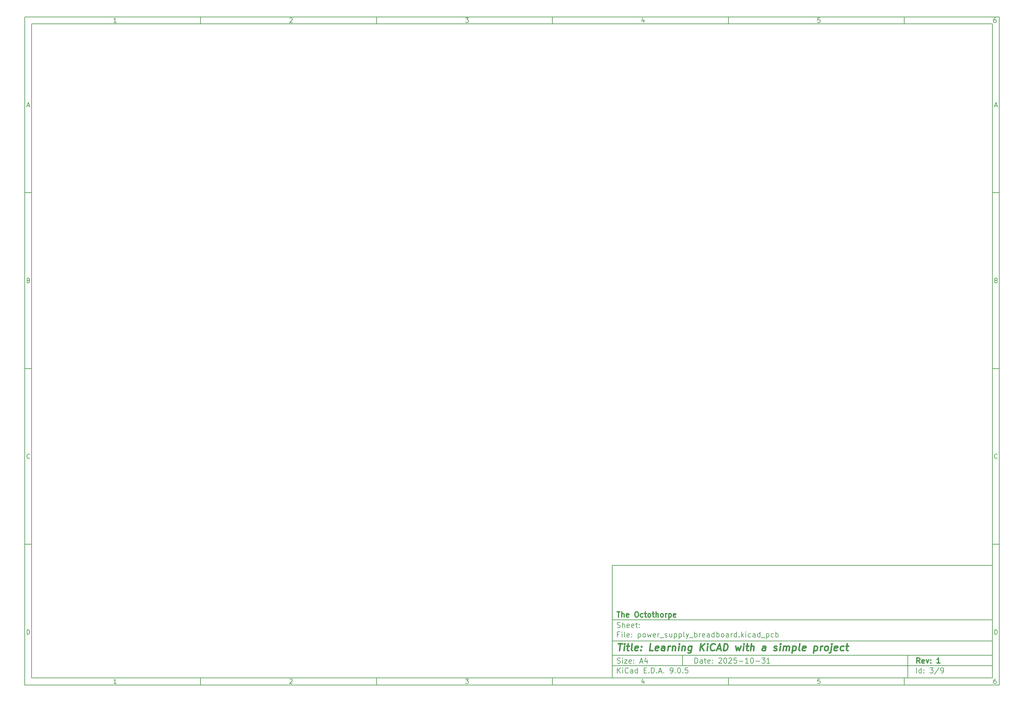
<source format=gtp>
%TF.GenerationSoftware,KiCad,Pcbnew,9.0.5*%
%TF.CreationDate,2025-11-01T14:32:35+06:00*%
%TF.ProjectId,power_supply_breadboard,706f7765-725f-4737-9570-706c795f6272,1*%
%TF.SameCoordinates,Original*%
%TF.FileFunction,Paste,Top*%
%TF.FilePolarity,Positive*%
%FSLAX46Y46*%
G04 Gerber Fmt 4.6, Leading zero omitted, Abs format (unit mm)*
G04 Created by KiCad (PCBNEW 9.0.5) date 2025-11-01 14:32:35*
%MOMM*%
%LPD*%
G01*
G04 APERTURE LIST*
%ADD10C,0.100000*%
%ADD11C,0.150000*%
%ADD12C,0.300000*%
%ADD13C,0.400000*%
G04 APERTURE END LIST*
D10*
D11*
X177002200Y-166007200D02*
X285002200Y-166007200D01*
X285002200Y-198007200D01*
X177002200Y-198007200D01*
X177002200Y-166007200D01*
D10*
D11*
X10000000Y-10000000D02*
X287002200Y-10000000D01*
X287002200Y-200007200D01*
X10000000Y-200007200D01*
X10000000Y-10000000D01*
D10*
D11*
X12000000Y-12000000D02*
X285002200Y-12000000D01*
X285002200Y-198007200D01*
X12000000Y-198007200D01*
X12000000Y-12000000D01*
D10*
D11*
X60000000Y-12000000D02*
X60000000Y-10000000D01*
D10*
D11*
X110000000Y-12000000D02*
X110000000Y-10000000D01*
D10*
D11*
X160000000Y-12000000D02*
X160000000Y-10000000D01*
D10*
D11*
X210000000Y-12000000D02*
X210000000Y-10000000D01*
D10*
D11*
X260000000Y-12000000D02*
X260000000Y-10000000D01*
D10*
D11*
X36089160Y-11593604D02*
X35346303Y-11593604D01*
X35717731Y-11593604D02*
X35717731Y-10293604D01*
X35717731Y-10293604D02*
X35593922Y-10479319D01*
X35593922Y-10479319D02*
X35470112Y-10603128D01*
X35470112Y-10603128D02*
X35346303Y-10665033D01*
D10*
D11*
X85346303Y-10417414D02*
X85408207Y-10355509D01*
X85408207Y-10355509D02*
X85532017Y-10293604D01*
X85532017Y-10293604D02*
X85841541Y-10293604D01*
X85841541Y-10293604D02*
X85965350Y-10355509D01*
X85965350Y-10355509D02*
X86027255Y-10417414D01*
X86027255Y-10417414D02*
X86089160Y-10541223D01*
X86089160Y-10541223D02*
X86089160Y-10665033D01*
X86089160Y-10665033D02*
X86027255Y-10850747D01*
X86027255Y-10850747D02*
X85284398Y-11593604D01*
X85284398Y-11593604D02*
X86089160Y-11593604D01*
D10*
D11*
X135284398Y-10293604D02*
X136089160Y-10293604D01*
X136089160Y-10293604D02*
X135655826Y-10788842D01*
X135655826Y-10788842D02*
X135841541Y-10788842D01*
X135841541Y-10788842D02*
X135965350Y-10850747D01*
X135965350Y-10850747D02*
X136027255Y-10912652D01*
X136027255Y-10912652D02*
X136089160Y-11036461D01*
X136089160Y-11036461D02*
X136089160Y-11345985D01*
X136089160Y-11345985D02*
X136027255Y-11469795D01*
X136027255Y-11469795D02*
X135965350Y-11531700D01*
X135965350Y-11531700D02*
X135841541Y-11593604D01*
X135841541Y-11593604D02*
X135470112Y-11593604D01*
X135470112Y-11593604D02*
X135346303Y-11531700D01*
X135346303Y-11531700D02*
X135284398Y-11469795D01*
D10*
D11*
X185965350Y-10726938D02*
X185965350Y-11593604D01*
X185655826Y-10231700D02*
X185346303Y-11160271D01*
X185346303Y-11160271D02*
X186151064Y-11160271D01*
D10*
D11*
X236027255Y-10293604D02*
X235408207Y-10293604D01*
X235408207Y-10293604D02*
X235346303Y-10912652D01*
X235346303Y-10912652D02*
X235408207Y-10850747D01*
X235408207Y-10850747D02*
X235532017Y-10788842D01*
X235532017Y-10788842D02*
X235841541Y-10788842D01*
X235841541Y-10788842D02*
X235965350Y-10850747D01*
X235965350Y-10850747D02*
X236027255Y-10912652D01*
X236027255Y-10912652D02*
X236089160Y-11036461D01*
X236089160Y-11036461D02*
X236089160Y-11345985D01*
X236089160Y-11345985D02*
X236027255Y-11469795D01*
X236027255Y-11469795D02*
X235965350Y-11531700D01*
X235965350Y-11531700D02*
X235841541Y-11593604D01*
X235841541Y-11593604D02*
X235532017Y-11593604D01*
X235532017Y-11593604D02*
X235408207Y-11531700D01*
X235408207Y-11531700D02*
X235346303Y-11469795D01*
D10*
D11*
X285965350Y-10293604D02*
X285717731Y-10293604D01*
X285717731Y-10293604D02*
X285593922Y-10355509D01*
X285593922Y-10355509D02*
X285532017Y-10417414D01*
X285532017Y-10417414D02*
X285408207Y-10603128D01*
X285408207Y-10603128D02*
X285346303Y-10850747D01*
X285346303Y-10850747D02*
X285346303Y-11345985D01*
X285346303Y-11345985D02*
X285408207Y-11469795D01*
X285408207Y-11469795D02*
X285470112Y-11531700D01*
X285470112Y-11531700D02*
X285593922Y-11593604D01*
X285593922Y-11593604D02*
X285841541Y-11593604D01*
X285841541Y-11593604D02*
X285965350Y-11531700D01*
X285965350Y-11531700D02*
X286027255Y-11469795D01*
X286027255Y-11469795D02*
X286089160Y-11345985D01*
X286089160Y-11345985D02*
X286089160Y-11036461D01*
X286089160Y-11036461D02*
X286027255Y-10912652D01*
X286027255Y-10912652D02*
X285965350Y-10850747D01*
X285965350Y-10850747D02*
X285841541Y-10788842D01*
X285841541Y-10788842D02*
X285593922Y-10788842D01*
X285593922Y-10788842D02*
X285470112Y-10850747D01*
X285470112Y-10850747D02*
X285408207Y-10912652D01*
X285408207Y-10912652D02*
X285346303Y-11036461D01*
D10*
D11*
X60000000Y-198007200D02*
X60000000Y-200007200D01*
D10*
D11*
X110000000Y-198007200D02*
X110000000Y-200007200D01*
D10*
D11*
X160000000Y-198007200D02*
X160000000Y-200007200D01*
D10*
D11*
X210000000Y-198007200D02*
X210000000Y-200007200D01*
D10*
D11*
X260000000Y-198007200D02*
X260000000Y-200007200D01*
D10*
D11*
X36089160Y-199600804D02*
X35346303Y-199600804D01*
X35717731Y-199600804D02*
X35717731Y-198300804D01*
X35717731Y-198300804D02*
X35593922Y-198486519D01*
X35593922Y-198486519D02*
X35470112Y-198610328D01*
X35470112Y-198610328D02*
X35346303Y-198672233D01*
D10*
D11*
X85346303Y-198424614D02*
X85408207Y-198362709D01*
X85408207Y-198362709D02*
X85532017Y-198300804D01*
X85532017Y-198300804D02*
X85841541Y-198300804D01*
X85841541Y-198300804D02*
X85965350Y-198362709D01*
X85965350Y-198362709D02*
X86027255Y-198424614D01*
X86027255Y-198424614D02*
X86089160Y-198548423D01*
X86089160Y-198548423D02*
X86089160Y-198672233D01*
X86089160Y-198672233D02*
X86027255Y-198857947D01*
X86027255Y-198857947D02*
X85284398Y-199600804D01*
X85284398Y-199600804D02*
X86089160Y-199600804D01*
D10*
D11*
X135284398Y-198300804D02*
X136089160Y-198300804D01*
X136089160Y-198300804D02*
X135655826Y-198796042D01*
X135655826Y-198796042D02*
X135841541Y-198796042D01*
X135841541Y-198796042D02*
X135965350Y-198857947D01*
X135965350Y-198857947D02*
X136027255Y-198919852D01*
X136027255Y-198919852D02*
X136089160Y-199043661D01*
X136089160Y-199043661D02*
X136089160Y-199353185D01*
X136089160Y-199353185D02*
X136027255Y-199476995D01*
X136027255Y-199476995D02*
X135965350Y-199538900D01*
X135965350Y-199538900D02*
X135841541Y-199600804D01*
X135841541Y-199600804D02*
X135470112Y-199600804D01*
X135470112Y-199600804D02*
X135346303Y-199538900D01*
X135346303Y-199538900D02*
X135284398Y-199476995D01*
D10*
D11*
X185965350Y-198734138D02*
X185965350Y-199600804D01*
X185655826Y-198238900D02*
X185346303Y-199167471D01*
X185346303Y-199167471D02*
X186151064Y-199167471D01*
D10*
D11*
X236027255Y-198300804D02*
X235408207Y-198300804D01*
X235408207Y-198300804D02*
X235346303Y-198919852D01*
X235346303Y-198919852D02*
X235408207Y-198857947D01*
X235408207Y-198857947D02*
X235532017Y-198796042D01*
X235532017Y-198796042D02*
X235841541Y-198796042D01*
X235841541Y-198796042D02*
X235965350Y-198857947D01*
X235965350Y-198857947D02*
X236027255Y-198919852D01*
X236027255Y-198919852D02*
X236089160Y-199043661D01*
X236089160Y-199043661D02*
X236089160Y-199353185D01*
X236089160Y-199353185D02*
X236027255Y-199476995D01*
X236027255Y-199476995D02*
X235965350Y-199538900D01*
X235965350Y-199538900D02*
X235841541Y-199600804D01*
X235841541Y-199600804D02*
X235532017Y-199600804D01*
X235532017Y-199600804D02*
X235408207Y-199538900D01*
X235408207Y-199538900D02*
X235346303Y-199476995D01*
D10*
D11*
X285965350Y-198300804D02*
X285717731Y-198300804D01*
X285717731Y-198300804D02*
X285593922Y-198362709D01*
X285593922Y-198362709D02*
X285532017Y-198424614D01*
X285532017Y-198424614D02*
X285408207Y-198610328D01*
X285408207Y-198610328D02*
X285346303Y-198857947D01*
X285346303Y-198857947D02*
X285346303Y-199353185D01*
X285346303Y-199353185D02*
X285408207Y-199476995D01*
X285408207Y-199476995D02*
X285470112Y-199538900D01*
X285470112Y-199538900D02*
X285593922Y-199600804D01*
X285593922Y-199600804D02*
X285841541Y-199600804D01*
X285841541Y-199600804D02*
X285965350Y-199538900D01*
X285965350Y-199538900D02*
X286027255Y-199476995D01*
X286027255Y-199476995D02*
X286089160Y-199353185D01*
X286089160Y-199353185D02*
X286089160Y-199043661D01*
X286089160Y-199043661D02*
X286027255Y-198919852D01*
X286027255Y-198919852D02*
X285965350Y-198857947D01*
X285965350Y-198857947D02*
X285841541Y-198796042D01*
X285841541Y-198796042D02*
X285593922Y-198796042D01*
X285593922Y-198796042D02*
X285470112Y-198857947D01*
X285470112Y-198857947D02*
X285408207Y-198919852D01*
X285408207Y-198919852D02*
X285346303Y-199043661D01*
D10*
D11*
X10000000Y-60000000D02*
X12000000Y-60000000D01*
D10*
D11*
X10000000Y-110000000D02*
X12000000Y-110000000D01*
D10*
D11*
X10000000Y-160000000D02*
X12000000Y-160000000D01*
D10*
D11*
X10690476Y-35222176D02*
X11309523Y-35222176D01*
X10566666Y-35593604D02*
X10999999Y-34293604D01*
X10999999Y-34293604D02*
X11433333Y-35593604D01*
D10*
D11*
X11092857Y-84912652D02*
X11278571Y-84974557D01*
X11278571Y-84974557D02*
X11340476Y-85036461D01*
X11340476Y-85036461D02*
X11402380Y-85160271D01*
X11402380Y-85160271D02*
X11402380Y-85345985D01*
X11402380Y-85345985D02*
X11340476Y-85469795D01*
X11340476Y-85469795D02*
X11278571Y-85531700D01*
X11278571Y-85531700D02*
X11154761Y-85593604D01*
X11154761Y-85593604D02*
X10659523Y-85593604D01*
X10659523Y-85593604D02*
X10659523Y-84293604D01*
X10659523Y-84293604D02*
X11092857Y-84293604D01*
X11092857Y-84293604D02*
X11216666Y-84355509D01*
X11216666Y-84355509D02*
X11278571Y-84417414D01*
X11278571Y-84417414D02*
X11340476Y-84541223D01*
X11340476Y-84541223D02*
X11340476Y-84665033D01*
X11340476Y-84665033D02*
X11278571Y-84788842D01*
X11278571Y-84788842D02*
X11216666Y-84850747D01*
X11216666Y-84850747D02*
X11092857Y-84912652D01*
X11092857Y-84912652D02*
X10659523Y-84912652D01*
D10*
D11*
X11402380Y-135469795D02*
X11340476Y-135531700D01*
X11340476Y-135531700D02*
X11154761Y-135593604D01*
X11154761Y-135593604D02*
X11030952Y-135593604D01*
X11030952Y-135593604D02*
X10845238Y-135531700D01*
X10845238Y-135531700D02*
X10721428Y-135407890D01*
X10721428Y-135407890D02*
X10659523Y-135284080D01*
X10659523Y-135284080D02*
X10597619Y-135036461D01*
X10597619Y-135036461D02*
X10597619Y-134850747D01*
X10597619Y-134850747D02*
X10659523Y-134603128D01*
X10659523Y-134603128D02*
X10721428Y-134479319D01*
X10721428Y-134479319D02*
X10845238Y-134355509D01*
X10845238Y-134355509D02*
X11030952Y-134293604D01*
X11030952Y-134293604D02*
X11154761Y-134293604D01*
X11154761Y-134293604D02*
X11340476Y-134355509D01*
X11340476Y-134355509D02*
X11402380Y-134417414D01*
D10*
D11*
X10659523Y-185593604D02*
X10659523Y-184293604D01*
X10659523Y-184293604D02*
X10969047Y-184293604D01*
X10969047Y-184293604D02*
X11154761Y-184355509D01*
X11154761Y-184355509D02*
X11278571Y-184479319D01*
X11278571Y-184479319D02*
X11340476Y-184603128D01*
X11340476Y-184603128D02*
X11402380Y-184850747D01*
X11402380Y-184850747D02*
X11402380Y-185036461D01*
X11402380Y-185036461D02*
X11340476Y-185284080D01*
X11340476Y-185284080D02*
X11278571Y-185407890D01*
X11278571Y-185407890D02*
X11154761Y-185531700D01*
X11154761Y-185531700D02*
X10969047Y-185593604D01*
X10969047Y-185593604D02*
X10659523Y-185593604D01*
D10*
D11*
X287002200Y-60000000D02*
X285002200Y-60000000D01*
D10*
D11*
X287002200Y-110000000D02*
X285002200Y-110000000D01*
D10*
D11*
X287002200Y-160000000D02*
X285002200Y-160000000D01*
D10*
D11*
X285692676Y-35222176D02*
X286311723Y-35222176D01*
X285568866Y-35593604D02*
X286002199Y-34293604D01*
X286002199Y-34293604D02*
X286435533Y-35593604D01*
D10*
D11*
X286095057Y-84912652D02*
X286280771Y-84974557D01*
X286280771Y-84974557D02*
X286342676Y-85036461D01*
X286342676Y-85036461D02*
X286404580Y-85160271D01*
X286404580Y-85160271D02*
X286404580Y-85345985D01*
X286404580Y-85345985D02*
X286342676Y-85469795D01*
X286342676Y-85469795D02*
X286280771Y-85531700D01*
X286280771Y-85531700D02*
X286156961Y-85593604D01*
X286156961Y-85593604D02*
X285661723Y-85593604D01*
X285661723Y-85593604D02*
X285661723Y-84293604D01*
X285661723Y-84293604D02*
X286095057Y-84293604D01*
X286095057Y-84293604D02*
X286218866Y-84355509D01*
X286218866Y-84355509D02*
X286280771Y-84417414D01*
X286280771Y-84417414D02*
X286342676Y-84541223D01*
X286342676Y-84541223D02*
X286342676Y-84665033D01*
X286342676Y-84665033D02*
X286280771Y-84788842D01*
X286280771Y-84788842D02*
X286218866Y-84850747D01*
X286218866Y-84850747D02*
X286095057Y-84912652D01*
X286095057Y-84912652D02*
X285661723Y-84912652D01*
D10*
D11*
X286404580Y-135469795D02*
X286342676Y-135531700D01*
X286342676Y-135531700D02*
X286156961Y-135593604D01*
X286156961Y-135593604D02*
X286033152Y-135593604D01*
X286033152Y-135593604D02*
X285847438Y-135531700D01*
X285847438Y-135531700D02*
X285723628Y-135407890D01*
X285723628Y-135407890D02*
X285661723Y-135284080D01*
X285661723Y-135284080D02*
X285599819Y-135036461D01*
X285599819Y-135036461D02*
X285599819Y-134850747D01*
X285599819Y-134850747D02*
X285661723Y-134603128D01*
X285661723Y-134603128D02*
X285723628Y-134479319D01*
X285723628Y-134479319D02*
X285847438Y-134355509D01*
X285847438Y-134355509D02*
X286033152Y-134293604D01*
X286033152Y-134293604D02*
X286156961Y-134293604D01*
X286156961Y-134293604D02*
X286342676Y-134355509D01*
X286342676Y-134355509D02*
X286404580Y-134417414D01*
D10*
D11*
X285661723Y-185593604D02*
X285661723Y-184293604D01*
X285661723Y-184293604D02*
X285971247Y-184293604D01*
X285971247Y-184293604D02*
X286156961Y-184355509D01*
X286156961Y-184355509D02*
X286280771Y-184479319D01*
X286280771Y-184479319D02*
X286342676Y-184603128D01*
X286342676Y-184603128D02*
X286404580Y-184850747D01*
X286404580Y-184850747D02*
X286404580Y-185036461D01*
X286404580Y-185036461D02*
X286342676Y-185284080D01*
X286342676Y-185284080D02*
X286280771Y-185407890D01*
X286280771Y-185407890D02*
X286156961Y-185531700D01*
X286156961Y-185531700D02*
X285971247Y-185593604D01*
X285971247Y-185593604D02*
X285661723Y-185593604D01*
D10*
D11*
X200458026Y-193793328D02*
X200458026Y-192293328D01*
X200458026Y-192293328D02*
X200815169Y-192293328D01*
X200815169Y-192293328D02*
X201029455Y-192364757D01*
X201029455Y-192364757D02*
X201172312Y-192507614D01*
X201172312Y-192507614D02*
X201243741Y-192650471D01*
X201243741Y-192650471D02*
X201315169Y-192936185D01*
X201315169Y-192936185D02*
X201315169Y-193150471D01*
X201315169Y-193150471D02*
X201243741Y-193436185D01*
X201243741Y-193436185D02*
X201172312Y-193579042D01*
X201172312Y-193579042D02*
X201029455Y-193721900D01*
X201029455Y-193721900D02*
X200815169Y-193793328D01*
X200815169Y-193793328D02*
X200458026Y-193793328D01*
X202600884Y-193793328D02*
X202600884Y-193007614D01*
X202600884Y-193007614D02*
X202529455Y-192864757D01*
X202529455Y-192864757D02*
X202386598Y-192793328D01*
X202386598Y-192793328D02*
X202100884Y-192793328D01*
X202100884Y-192793328D02*
X201958026Y-192864757D01*
X202600884Y-193721900D02*
X202458026Y-193793328D01*
X202458026Y-193793328D02*
X202100884Y-193793328D01*
X202100884Y-193793328D02*
X201958026Y-193721900D01*
X201958026Y-193721900D02*
X201886598Y-193579042D01*
X201886598Y-193579042D02*
X201886598Y-193436185D01*
X201886598Y-193436185D02*
X201958026Y-193293328D01*
X201958026Y-193293328D02*
X202100884Y-193221900D01*
X202100884Y-193221900D02*
X202458026Y-193221900D01*
X202458026Y-193221900D02*
X202600884Y-193150471D01*
X203100884Y-192793328D02*
X203672312Y-192793328D01*
X203315169Y-192293328D02*
X203315169Y-193579042D01*
X203315169Y-193579042D02*
X203386598Y-193721900D01*
X203386598Y-193721900D02*
X203529455Y-193793328D01*
X203529455Y-193793328D02*
X203672312Y-193793328D01*
X204743741Y-193721900D02*
X204600884Y-193793328D01*
X204600884Y-193793328D02*
X204315170Y-193793328D01*
X204315170Y-193793328D02*
X204172312Y-193721900D01*
X204172312Y-193721900D02*
X204100884Y-193579042D01*
X204100884Y-193579042D02*
X204100884Y-193007614D01*
X204100884Y-193007614D02*
X204172312Y-192864757D01*
X204172312Y-192864757D02*
X204315170Y-192793328D01*
X204315170Y-192793328D02*
X204600884Y-192793328D01*
X204600884Y-192793328D02*
X204743741Y-192864757D01*
X204743741Y-192864757D02*
X204815170Y-193007614D01*
X204815170Y-193007614D02*
X204815170Y-193150471D01*
X204815170Y-193150471D02*
X204100884Y-193293328D01*
X205458026Y-193650471D02*
X205529455Y-193721900D01*
X205529455Y-193721900D02*
X205458026Y-193793328D01*
X205458026Y-193793328D02*
X205386598Y-193721900D01*
X205386598Y-193721900D02*
X205458026Y-193650471D01*
X205458026Y-193650471D02*
X205458026Y-193793328D01*
X205458026Y-192864757D02*
X205529455Y-192936185D01*
X205529455Y-192936185D02*
X205458026Y-193007614D01*
X205458026Y-193007614D02*
X205386598Y-192936185D01*
X205386598Y-192936185D02*
X205458026Y-192864757D01*
X205458026Y-192864757D02*
X205458026Y-193007614D01*
X207243741Y-192436185D02*
X207315169Y-192364757D01*
X207315169Y-192364757D02*
X207458027Y-192293328D01*
X207458027Y-192293328D02*
X207815169Y-192293328D01*
X207815169Y-192293328D02*
X207958027Y-192364757D01*
X207958027Y-192364757D02*
X208029455Y-192436185D01*
X208029455Y-192436185D02*
X208100884Y-192579042D01*
X208100884Y-192579042D02*
X208100884Y-192721900D01*
X208100884Y-192721900D02*
X208029455Y-192936185D01*
X208029455Y-192936185D02*
X207172312Y-193793328D01*
X207172312Y-193793328D02*
X208100884Y-193793328D01*
X209029455Y-192293328D02*
X209172312Y-192293328D01*
X209172312Y-192293328D02*
X209315169Y-192364757D01*
X209315169Y-192364757D02*
X209386598Y-192436185D01*
X209386598Y-192436185D02*
X209458026Y-192579042D01*
X209458026Y-192579042D02*
X209529455Y-192864757D01*
X209529455Y-192864757D02*
X209529455Y-193221900D01*
X209529455Y-193221900D02*
X209458026Y-193507614D01*
X209458026Y-193507614D02*
X209386598Y-193650471D01*
X209386598Y-193650471D02*
X209315169Y-193721900D01*
X209315169Y-193721900D02*
X209172312Y-193793328D01*
X209172312Y-193793328D02*
X209029455Y-193793328D01*
X209029455Y-193793328D02*
X208886598Y-193721900D01*
X208886598Y-193721900D02*
X208815169Y-193650471D01*
X208815169Y-193650471D02*
X208743740Y-193507614D01*
X208743740Y-193507614D02*
X208672312Y-193221900D01*
X208672312Y-193221900D02*
X208672312Y-192864757D01*
X208672312Y-192864757D02*
X208743740Y-192579042D01*
X208743740Y-192579042D02*
X208815169Y-192436185D01*
X208815169Y-192436185D02*
X208886598Y-192364757D01*
X208886598Y-192364757D02*
X209029455Y-192293328D01*
X210100883Y-192436185D02*
X210172311Y-192364757D01*
X210172311Y-192364757D02*
X210315169Y-192293328D01*
X210315169Y-192293328D02*
X210672311Y-192293328D01*
X210672311Y-192293328D02*
X210815169Y-192364757D01*
X210815169Y-192364757D02*
X210886597Y-192436185D01*
X210886597Y-192436185D02*
X210958026Y-192579042D01*
X210958026Y-192579042D02*
X210958026Y-192721900D01*
X210958026Y-192721900D02*
X210886597Y-192936185D01*
X210886597Y-192936185D02*
X210029454Y-193793328D01*
X210029454Y-193793328D02*
X210958026Y-193793328D01*
X212315168Y-192293328D02*
X211600882Y-192293328D01*
X211600882Y-192293328D02*
X211529454Y-193007614D01*
X211529454Y-193007614D02*
X211600882Y-192936185D01*
X211600882Y-192936185D02*
X211743740Y-192864757D01*
X211743740Y-192864757D02*
X212100882Y-192864757D01*
X212100882Y-192864757D02*
X212243740Y-192936185D01*
X212243740Y-192936185D02*
X212315168Y-193007614D01*
X212315168Y-193007614D02*
X212386597Y-193150471D01*
X212386597Y-193150471D02*
X212386597Y-193507614D01*
X212386597Y-193507614D02*
X212315168Y-193650471D01*
X212315168Y-193650471D02*
X212243740Y-193721900D01*
X212243740Y-193721900D02*
X212100882Y-193793328D01*
X212100882Y-193793328D02*
X211743740Y-193793328D01*
X211743740Y-193793328D02*
X211600882Y-193721900D01*
X211600882Y-193721900D02*
X211529454Y-193650471D01*
X213029453Y-193221900D02*
X214172311Y-193221900D01*
X215672311Y-193793328D02*
X214815168Y-193793328D01*
X215243739Y-193793328D02*
X215243739Y-192293328D01*
X215243739Y-192293328D02*
X215100882Y-192507614D01*
X215100882Y-192507614D02*
X214958025Y-192650471D01*
X214958025Y-192650471D02*
X214815168Y-192721900D01*
X216600882Y-192293328D02*
X216743739Y-192293328D01*
X216743739Y-192293328D02*
X216886596Y-192364757D01*
X216886596Y-192364757D02*
X216958025Y-192436185D01*
X216958025Y-192436185D02*
X217029453Y-192579042D01*
X217029453Y-192579042D02*
X217100882Y-192864757D01*
X217100882Y-192864757D02*
X217100882Y-193221900D01*
X217100882Y-193221900D02*
X217029453Y-193507614D01*
X217029453Y-193507614D02*
X216958025Y-193650471D01*
X216958025Y-193650471D02*
X216886596Y-193721900D01*
X216886596Y-193721900D02*
X216743739Y-193793328D01*
X216743739Y-193793328D02*
X216600882Y-193793328D01*
X216600882Y-193793328D02*
X216458025Y-193721900D01*
X216458025Y-193721900D02*
X216386596Y-193650471D01*
X216386596Y-193650471D02*
X216315167Y-193507614D01*
X216315167Y-193507614D02*
X216243739Y-193221900D01*
X216243739Y-193221900D02*
X216243739Y-192864757D01*
X216243739Y-192864757D02*
X216315167Y-192579042D01*
X216315167Y-192579042D02*
X216386596Y-192436185D01*
X216386596Y-192436185D02*
X216458025Y-192364757D01*
X216458025Y-192364757D02*
X216600882Y-192293328D01*
X217743738Y-193221900D02*
X218886596Y-193221900D01*
X219458024Y-192293328D02*
X220386596Y-192293328D01*
X220386596Y-192293328D02*
X219886596Y-192864757D01*
X219886596Y-192864757D02*
X220100881Y-192864757D01*
X220100881Y-192864757D02*
X220243739Y-192936185D01*
X220243739Y-192936185D02*
X220315167Y-193007614D01*
X220315167Y-193007614D02*
X220386596Y-193150471D01*
X220386596Y-193150471D02*
X220386596Y-193507614D01*
X220386596Y-193507614D02*
X220315167Y-193650471D01*
X220315167Y-193650471D02*
X220243739Y-193721900D01*
X220243739Y-193721900D02*
X220100881Y-193793328D01*
X220100881Y-193793328D02*
X219672310Y-193793328D01*
X219672310Y-193793328D02*
X219529453Y-193721900D01*
X219529453Y-193721900D02*
X219458024Y-193650471D01*
X221815167Y-193793328D02*
X220958024Y-193793328D01*
X221386595Y-193793328D02*
X221386595Y-192293328D01*
X221386595Y-192293328D02*
X221243738Y-192507614D01*
X221243738Y-192507614D02*
X221100881Y-192650471D01*
X221100881Y-192650471D02*
X220958024Y-192721900D01*
D10*
D11*
X177002200Y-194507200D02*
X285002200Y-194507200D01*
D10*
D11*
X178458026Y-196593328D02*
X178458026Y-195093328D01*
X179315169Y-196593328D02*
X178672312Y-195736185D01*
X179315169Y-195093328D02*
X178458026Y-195950471D01*
X179958026Y-196593328D02*
X179958026Y-195593328D01*
X179958026Y-195093328D02*
X179886598Y-195164757D01*
X179886598Y-195164757D02*
X179958026Y-195236185D01*
X179958026Y-195236185D02*
X180029455Y-195164757D01*
X180029455Y-195164757D02*
X179958026Y-195093328D01*
X179958026Y-195093328D02*
X179958026Y-195236185D01*
X181529455Y-196450471D02*
X181458027Y-196521900D01*
X181458027Y-196521900D02*
X181243741Y-196593328D01*
X181243741Y-196593328D02*
X181100884Y-196593328D01*
X181100884Y-196593328D02*
X180886598Y-196521900D01*
X180886598Y-196521900D02*
X180743741Y-196379042D01*
X180743741Y-196379042D02*
X180672312Y-196236185D01*
X180672312Y-196236185D02*
X180600884Y-195950471D01*
X180600884Y-195950471D02*
X180600884Y-195736185D01*
X180600884Y-195736185D02*
X180672312Y-195450471D01*
X180672312Y-195450471D02*
X180743741Y-195307614D01*
X180743741Y-195307614D02*
X180886598Y-195164757D01*
X180886598Y-195164757D02*
X181100884Y-195093328D01*
X181100884Y-195093328D02*
X181243741Y-195093328D01*
X181243741Y-195093328D02*
X181458027Y-195164757D01*
X181458027Y-195164757D02*
X181529455Y-195236185D01*
X182815170Y-196593328D02*
X182815170Y-195807614D01*
X182815170Y-195807614D02*
X182743741Y-195664757D01*
X182743741Y-195664757D02*
X182600884Y-195593328D01*
X182600884Y-195593328D02*
X182315170Y-195593328D01*
X182315170Y-195593328D02*
X182172312Y-195664757D01*
X182815170Y-196521900D02*
X182672312Y-196593328D01*
X182672312Y-196593328D02*
X182315170Y-196593328D01*
X182315170Y-196593328D02*
X182172312Y-196521900D01*
X182172312Y-196521900D02*
X182100884Y-196379042D01*
X182100884Y-196379042D02*
X182100884Y-196236185D01*
X182100884Y-196236185D02*
X182172312Y-196093328D01*
X182172312Y-196093328D02*
X182315170Y-196021900D01*
X182315170Y-196021900D02*
X182672312Y-196021900D01*
X182672312Y-196021900D02*
X182815170Y-195950471D01*
X184172313Y-196593328D02*
X184172313Y-195093328D01*
X184172313Y-196521900D02*
X184029455Y-196593328D01*
X184029455Y-196593328D02*
X183743741Y-196593328D01*
X183743741Y-196593328D02*
X183600884Y-196521900D01*
X183600884Y-196521900D02*
X183529455Y-196450471D01*
X183529455Y-196450471D02*
X183458027Y-196307614D01*
X183458027Y-196307614D02*
X183458027Y-195879042D01*
X183458027Y-195879042D02*
X183529455Y-195736185D01*
X183529455Y-195736185D02*
X183600884Y-195664757D01*
X183600884Y-195664757D02*
X183743741Y-195593328D01*
X183743741Y-195593328D02*
X184029455Y-195593328D01*
X184029455Y-195593328D02*
X184172313Y-195664757D01*
X186029455Y-195807614D02*
X186529455Y-195807614D01*
X186743741Y-196593328D02*
X186029455Y-196593328D01*
X186029455Y-196593328D02*
X186029455Y-195093328D01*
X186029455Y-195093328D02*
X186743741Y-195093328D01*
X187386598Y-196450471D02*
X187458027Y-196521900D01*
X187458027Y-196521900D02*
X187386598Y-196593328D01*
X187386598Y-196593328D02*
X187315170Y-196521900D01*
X187315170Y-196521900D02*
X187386598Y-196450471D01*
X187386598Y-196450471D02*
X187386598Y-196593328D01*
X188100884Y-196593328D02*
X188100884Y-195093328D01*
X188100884Y-195093328D02*
X188458027Y-195093328D01*
X188458027Y-195093328D02*
X188672313Y-195164757D01*
X188672313Y-195164757D02*
X188815170Y-195307614D01*
X188815170Y-195307614D02*
X188886599Y-195450471D01*
X188886599Y-195450471D02*
X188958027Y-195736185D01*
X188958027Y-195736185D02*
X188958027Y-195950471D01*
X188958027Y-195950471D02*
X188886599Y-196236185D01*
X188886599Y-196236185D02*
X188815170Y-196379042D01*
X188815170Y-196379042D02*
X188672313Y-196521900D01*
X188672313Y-196521900D02*
X188458027Y-196593328D01*
X188458027Y-196593328D02*
X188100884Y-196593328D01*
X189600884Y-196450471D02*
X189672313Y-196521900D01*
X189672313Y-196521900D02*
X189600884Y-196593328D01*
X189600884Y-196593328D02*
X189529456Y-196521900D01*
X189529456Y-196521900D02*
X189600884Y-196450471D01*
X189600884Y-196450471D02*
X189600884Y-196593328D01*
X190243742Y-196164757D02*
X190958028Y-196164757D01*
X190100885Y-196593328D02*
X190600885Y-195093328D01*
X190600885Y-195093328D02*
X191100885Y-196593328D01*
X191600884Y-196450471D02*
X191672313Y-196521900D01*
X191672313Y-196521900D02*
X191600884Y-196593328D01*
X191600884Y-196593328D02*
X191529456Y-196521900D01*
X191529456Y-196521900D02*
X191600884Y-196450471D01*
X191600884Y-196450471D02*
X191600884Y-196593328D01*
X193529456Y-196593328D02*
X193815170Y-196593328D01*
X193815170Y-196593328D02*
X193958027Y-196521900D01*
X193958027Y-196521900D02*
X194029456Y-196450471D01*
X194029456Y-196450471D02*
X194172313Y-196236185D01*
X194172313Y-196236185D02*
X194243742Y-195950471D01*
X194243742Y-195950471D02*
X194243742Y-195379042D01*
X194243742Y-195379042D02*
X194172313Y-195236185D01*
X194172313Y-195236185D02*
X194100885Y-195164757D01*
X194100885Y-195164757D02*
X193958027Y-195093328D01*
X193958027Y-195093328D02*
X193672313Y-195093328D01*
X193672313Y-195093328D02*
X193529456Y-195164757D01*
X193529456Y-195164757D02*
X193458027Y-195236185D01*
X193458027Y-195236185D02*
X193386599Y-195379042D01*
X193386599Y-195379042D02*
X193386599Y-195736185D01*
X193386599Y-195736185D02*
X193458027Y-195879042D01*
X193458027Y-195879042D02*
X193529456Y-195950471D01*
X193529456Y-195950471D02*
X193672313Y-196021900D01*
X193672313Y-196021900D02*
X193958027Y-196021900D01*
X193958027Y-196021900D02*
X194100885Y-195950471D01*
X194100885Y-195950471D02*
X194172313Y-195879042D01*
X194172313Y-195879042D02*
X194243742Y-195736185D01*
X194886598Y-196450471D02*
X194958027Y-196521900D01*
X194958027Y-196521900D02*
X194886598Y-196593328D01*
X194886598Y-196593328D02*
X194815170Y-196521900D01*
X194815170Y-196521900D02*
X194886598Y-196450471D01*
X194886598Y-196450471D02*
X194886598Y-196593328D01*
X195886599Y-195093328D02*
X196029456Y-195093328D01*
X196029456Y-195093328D02*
X196172313Y-195164757D01*
X196172313Y-195164757D02*
X196243742Y-195236185D01*
X196243742Y-195236185D02*
X196315170Y-195379042D01*
X196315170Y-195379042D02*
X196386599Y-195664757D01*
X196386599Y-195664757D02*
X196386599Y-196021900D01*
X196386599Y-196021900D02*
X196315170Y-196307614D01*
X196315170Y-196307614D02*
X196243742Y-196450471D01*
X196243742Y-196450471D02*
X196172313Y-196521900D01*
X196172313Y-196521900D02*
X196029456Y-196593328D01*
X196029456Y-196593328D02*
X195886599Y-196593328D01*
X195886599Y-196593328D02*
X195743742Y-196521900D01*
X195743742Y-196521900D02*
X195672313Y-196450471D01*
X195672313Y-196450471D02*
X195600884Y-196307614D01*
X195600884Y-196307614D02*
X195529456Y-196021900D01*
X195529456Y-196021900D02*
X195529456Y-195664757D01*
X195529456Y-195664757D02*
X195600884Y-195379042D01*
X195600884Y-195379042D02*
X195672313Y-195236185D01*
X195672313Y-195236185D02*
X195743742Y-195164757D01*
X195743742Y-195164757D02*
X195886599Y-195093328D01*
X197029455Y-196450471D02*
X197100884Y-196521900D01*
X197100884Y-196521900D02*
X197029455Y-196593328D01*
X197029455Y-196593328D02*
X196958027Y-196521900D01*
X196958027Y-196521900D02*
X197029455Y-196450471D01*
X197029455Y-196450471D02*
X197029455Y-196593328D01*
X198458027Y-195093328D02*
X197743741Y-195093328D01*
X197743741Y-195093328D02*
X197672313Y-195807614D01*
X197672313Y-195807614D02*
X197743741Y-195736185D01*
X197743741Y-195736185D02*
X197886599Y-195664757D01*
X197886599Y-195664757D02*
X198243741Y-195664757D01*
X198243741Y-195664757D02*
X198386599Y-195736185D01*
X198386599Y-195736185D02*
X198458027Y-195807614D01*
X198458027Y-195807614D02*
X198529456Y-195950471D01*
X198529456Y-195950471D02*
X198529456Y-196307614D01*
X198529456Y-196307614D02*
X198458027Y-196450471D01*
X198458027Y-196450471D02*
X198386599Y-196521900D01*
X198386599Y-196521900D02*
X198243741Y-196593328D01*
X198243741Y-196593328D02*
X197886599Y-196593328D01*
X197886599Y-196593328D02*
X197743741Y-196521900D01*
X197743741Y-196521900D02*
X197672313Y-196450471D01*
D10*
D11*
X177002200Y-191507200D02*
X285002200Y-191507200D01*
D10*
D12*
X264413853Y-193785528D02*
X263913853Y-193071242D01*
X263556710Y-193785528D02*
X263556710Y-192285528D01*
X263556710Y-192285528D02*
X264128139Y-192285528D01*
X264128139Y-192285528D02*
X264270996Y-192356957D01*
X264270996Y-192356957D02*
X264342425Y-192428385D01*
X264342425Y-192428385D02*
X264413853Y-192571242D01*
X264413853Y-192571242D02*
X264413853Y-192785528D01*
X264413853Y-192785528D02*
X264342425Y-192928385D01*
X264342425Y-192928385D02*
X264270996Y-192999814D01*
X264270996Y-192999814D02*
X264128139Y-193071242D01*
X264128139Y-193071242D02*
X263556710Y-193071242D01*
X265628139Y-193714100D02*
X265485282Y-193785528D01*
X265485282Y-193785528D02*
X265199568Y-193785528D01*
X265199568Y-193785528D02*
X265056710Y-193714100D01*
X265056710Y-193714100D02*
X264985282Y-193571242D01*
X264985282Y-193571242D02*
X264985282Y-192999814D01*
X264985282Y-192999814D02*
X265056710Y-192856957D01*
X265056710Y-192856957D02*
X265199568Y-192785528D01*
X265199568Y-192785528D02*
X265485282Y-192785528D01*
X265485282Y-192785528D02*
X265628139Y-192856957D01*
X265628139Y-192856957D02*
X265699568Y-192999814D01*
X265699568Y-192999814D02*
X265699568Y-193142671D01*
X265699568Y-193142671D02*
X264985282Y-193285528D01*
X266199567Y-192785528D02*
X266556710Y-193785528D01*
X266556710Y-193785528D02*
X266913853Y-192785528D01*
X267485281Y-193642671D02*
X267556710Y-193714100D01*
X267556710Y-193714100D02*
X267485281Y-193785528D01*
X267485281Y-193785528D02*
X267413853Y-193714100D01*
X267413853Y-193714100D02*
X267485281Y-193642671D01*
X267485281Y-193642671D02*
X267485281Y-193785528D01*
X267485281Y-192856957D02*
X267556710Y-192928385D01*
X267556710Y-192928385D02*
X267485281Y-192999814D01*
X267485281Y-192999814D02*
X267413853Y-192928385D01*
X267413853Y-192928385D02*
X267485281Y-192856957D01*
X267485281Y-192856957D02*
X267485281Y-192999814D01*
X270128139Y-193785528D02*
X269270996Y-193785528D01*
X269699567Y-193785528D02*
X269699567Y-192285528D01*
X269699567Y-192285528D02*
X269556710Y-192499814D01*
X269556710Y-192499814D02*
X269413853Y-192642671D01*
X269413853Y-192642671D02*
X269270996Y-192714100D01*
D10*
D11*
X178386598Y-193721900D02*
X178600884Y-193793328D01*
X178600884Y-193793328D02*
X178958026Y-193793328D01*
X178958026Y-193793328D02*
X179100884Y-193721900D01*
X179100884Y-193721900D02*
X179172312Y-193650471D01*
X179172312Y-193650471D02*
X179243741Y-193507614D01*
X179243741Y-193507614D02*
X179243741Y-193364757D01*
X179243741Y-193364757D02*
X179172312Y-193221900D01*
X179172312Y-193221900D02*
X179100884Y-193150471D01*
X179100884Y-193150471D02*
X178958026Y-193079042D01*
X178958026Y-193079042D02*
X178672312Y-193007614D01*
X178672312Y-193007614D02*
X178529455Y-192936185D01*
X178529455Y-192936185D02*
X178458026Y-192864757D01*
X178458026Y-192864757D02*
X178386598Y-192721900D01*
X178386598Y-192721900D02*
X178386598Y-192579042D01*
X178386598Y-192579042D02*
X178458026Y-192436185D01*
X178458026Y-192436185D02*
X178529455Y-192364757D01*
X178529455Y-192364757D02*
X178672312Y-192293328D01*
X178672312Y-192293328D02*
X179029455Y-192293328D01*
X179029455Y-192293328D02*
X179243741Y-192364757D01*
X179886597Y-193793328D02*
X179886597Y-192793328D01*
X179886597Y-192293328D02*
X179815169Y-192364757D01*
X179815169Y-192364757D02*
X179886597Y-192436185D01*
X179886597Y-192436185D02*
X179958026Y-192364757D01*
X179958026Y-192364757D02*
X179886597Y-192293328D01*
X179886597Y-192293328D02*
X179886597Y-192436185D01*
X180458026Y-192793328D02*
X181243741Y-192793328D01*
X181243741Y-192793328D02*
X180458026Y-193793328D01*
X180458026Y-193793328D02*
X181243741Y-193793328D01*
X182386598Y-193721900D02*
X182243741Y-193793328D01*
X182243741Y-193793328D02*
X181958027Y-193793328D01*
X181958027Y-193793328D02*
X181815169Y-193721900D01*
X181815169Y-193721900D02*
X181743741Y-193579042D01*
X181743741Y-193579042D02*
X181743741Y-193007614D01*
X181743741Y-193007614D02*
X181815169Y-192864757D01*
X181815169Y-192864757D02*
X181958027Y-192793328D01*
X181958027Y-192793328D02*
X182243741Y-192793328D01*
X182243741Y-192793328D02*
X182386598Y-192864757D01*
X182386598Y-192864757D02*
X182458027Y-193007614D01*
X182458027Y-193007614D02*
X182458027Y-193150471D01*
X182458027Y-193150471D02*
X181743741Y-193293328D01*
X183100883Y-193650471D02*
X183172312Y-193721900D01*
X183172312Y-193721900D02*
X183100883Y-193793328D01*
X183100883Y-193793328D02*
X183029455Y-193721900D01*
X183029455Y-193721900D02*
X183100883Y-193650471D01*
X183100883Y-193650471D02*
X183100883Y-193793328D01*
X183100883Y-192864757D02*
X183172312Y-192936185D01*
X183172312Y-192936185D02*
X183100883Y-193007614D01*
X183100883Y-193007614D02*
X183029455Y-192936185D01*
X183029455Y-192936185D02*
X183100883Y-192864757D01*
X183100883Y-192864757D02*
X183100883Y-193007614D01*
X184886598Y-193364757D02*
X185600884Y-193364757D01*
X184743741Y-193793328D02*
X185243741Y-192293328D01*
X185243741Y-192293328D02*
X185743741Y-193793328D01*
X186886598Y-192793328D02*
X186886598Y-193793328D01*
X186529455Y-192221900D02*
X186172312Y-193293328D01*
X186172312Y-193293328D02*
X187100883Y-193293328D01*
D10*
D11*
X263458026Y-196593328D02*
X263458026Y-195093328D01*
X264815170Y-196593328D02*
X264815170Y-195093328D01*
X264815170Y-196521900D02*
X264672312Y-196593328D01*
X264672312Y-196593328D02*
X264386598Y-196593328D01*
X264386598Y-196593328D02*
X264243741Y-196521900D01*
X264243741Y-196521900D02*
X264172312Y-196450471D01*
X264172312Y-196450471D02*
X264100884Y-196307614D01*
X264100884Y-196307614D02*
X264100884Y-195879042D01*
X264100884Y-195879042D02*
X264172312Y-195736185D01*
X264172312Y-195736185D02*
X264243741Y-195664757D01*
X264243741Y-195664757D02*
X264386598Y-195593328D01*
X264386598Y-195593328D02*
X264672312Y-195593328D01*
X264672312Y-195593328D02*
X264815170Y-195664757D01*
X265529455Y-196450471D02*
X265600884Y-196521900D01*
X265600884Y-196521900D02*
X265529455Y-196593328D01*
X265529455Y-196593328D02*
X265458027Y-196521900D01*
X265458027Y-196521900D02*
X265529455Y-196450471D01*
X265529455Y-196450471D02*
X265529455Y-196593328D01*
X265529455Y-195664757D02*
X265600884Y-195736185D01*
X265600884Y-195736185D02*
X265529455Y-195807614D01*
X265529455Y-195807614D02*
X265458027Y-195736185D01*
X265458027Y-195736185D02*
X265529455Y-195664757D01*
X265529455Y-195664757D02*
X265529455Y-195807614D01*
X267243741Y-195093328D02*
X268172313Y-195093328D01*
X268172313Y-195093328D02*
X267672313Y-195664757D01*
X267672313Y-195664757D02*
X267886598Y-195664757D01*
X267886598Y-195664757D02*
X268029456Y-195736185D01*
X268029456Y-195736185D02*
X268100884Y-195807614D01*
X268100884Y-195807614D02*
X268172313Y-195950471D01*
X268172313Y-195950471D02*
X268172313Y-196307614D01*
X268172313Y-196307614D02*
X268100884Y-196450471D01*
X268100884Y-196450471D02*
X268029456Y-196521900D01*
X268029456Y-196521900D02*
X267886598Y-196593328D01*
X267886598Y-196593328D02*
X267458027Y-196593328D01*
X267458027Y-196593328D02*
X267315170Y-196521900D01*
X267315170Y-196521900D02*
X267243741Y-196450471D01*
X269886598Y-195021900D02*
X268600884Y-196950471D01*
X270458027Y-196593328D02*
X270743741Y-196593328D01*
X270743741Y-196593328D02*
X270886598Y-196521900D01*
X270886598Y-196521900D02*
X270958027Y-196450471D01*
X270958027Y-196450471D02*
X271100884Y-196236185D01*
X271100884Y-196236185D02*
X271172313Y-195950471D01*
X271172313Y-195950471D02*
X271172313Y-195379042D01*
X271172313Y-195379042D02*
X271100884Y-195236185D01*
X271100884Y-195236185D02*
X271029456Y-195164757D01*
X271029456Y-195164757D02*
X270886598Y-195093328D01*
X270886598Y-195093328D02*
X270600884Y-195093328D01*
X270600884Y-195093328D02*
X270458027Y-195164757D01*
X270458027Y-195164757D02*
X270386598Y-195236185D01*
X270386598Y-195236185D02*
X270315170Y-195379042D01*
X270315170Y-195379042D02*
X270315170Y-195736185D01*
X270315170Y-195736185D02*
X270386598Y-195879042D01*
X270386598Y-195879042D02*
X270458027Y-195950471D01*
X270458027Y-195950471D02*
X270600884Y-196021900D01*
X270600884Y-196021900D02*
X270886598Y-196021900D01*
X270886598Y-196021900D02*
X271029456Y-195950471D01*
X271029456Y-195950471D02*
X271100884Y-195879042D01*
X271100884Y-195879042D02*
X271172313Y-195736185D01*
D10*
D11*
X177002200Y-187507200D02*
X285002200Y-187507200D01*
D10*
D13*
X178693928Y-188211638D02*
X179836785Y-188211638D01*
X179015357Y-190211638D02*
X179265357Y-188211638D01*
X180253452Y-190211638D02*
X180420119Y-188878304D01*
X180503452Y-188211638D02*
X180396309Y-188306876D01*
X180396309Y-188306876D02*
X180479643Y-188402114D01*
X180479643Y-188402114D02*
X180586786Y-188306876D01*
X180586786Y-188306876D02*
X180503452Y-188211638D01*
X180503452Y-188211638D02*
X180479643Y-188402114D01*
X181086786Y-188878304D02*
X181848690Y-188878304D01*
X181455833Y-188211638D02*
X181241548Y-189925923D01*
X181241548Y-189925923D02*
X181312976Y-190116400D01*
X181312976Y-190116400D02*
X181491548Y-190211638D01*
X181491548Y-190211638D02*
X181682024Y-190211638D01*
X182634405Y-190211638D02*
X182455833Y-190116400D01*
X182455833Y-190116400D02*
X182384405Y-189925923D01*
X182384405Y-189925923D02*
X182598690Y-188211638D01*
X184170119Y-190116400D02*
X183967738Y-190211638D01*
X183967738Y-190211638D02*
X183586785Y-190211638D01*
X183586785Y-190211638D02*
X183408214Y-190116400D01*
X183408214Y-190116400D02*
X183336785Y-189925923D01*
X183336785Y-189925923D02*
X183432024Y-189164019D01*
X183432024Y-189164019D02*
X183551071Y-188973542D01*
X183551071Y-188973542D02*
X183753452Y-188878304D01*
X183753452Y-188878304D02*
X184134404Y-188878304D01*
X184134404Y-188878304D02*
X184312976Y-188973542D01*
X184312976Y-188973542D02*
X184384404Y-189164019D01*
X184384404Y-189164019D02*
X184360595Y-189354495D01*
X184360595Y-189354495D02*
X183384404Y-189544971D01*
X185134405Y-190021161D02*
X185217738Y-190116400D01*
X185217738Y-190116400D02*
X185110595Y-190211638D01*
X185110595Y-190211638D02*
X185027262Y-190116400D01*
X185027262Y-190116400D02*
X185134405Y-190021161D01*
X185134405Y-190021161D02*
X185110595Y-190211638D01*
X185265357Y-188973542D02*
X185348690Y-189068780D01*
X185348690Y-189068780D02*
X185241548Y-189164019D01*
X185241548Y-189164019D02*
X185158214Y-189068780D01*
X185158214Y-189068780D02*
X185265357Y-188973542D01*
X185265357Y-188973542D02*
X185241548Y-189164019D01*
X188539167Y-190211638D02*
X187586786Y-190211638D01*
X187586786Y-190211638D02*
X187836786Y-188211638D01*
X189979644Y-190116400D02*
X189777263Y-190211638D01*
X189777263Y-190211638D02*
X189396310Y-190211638D01*
X189396310Y-190211638D02*
X189217739Y-190116400D01*
X189217739Y-190116400D02*
X189146310Y-189925923D01*
X189146310Y-189925923D02*
X189241549Y-189164019D01*
X189241549Y-189164019D02*
X189360596Y-188973542D01*
X189360596Y-188973542D02*
X189562977Y-188878304D01*
X189562977Y-188878304D02*
X189943929Y-188878304D01*
X189943929Y-188878304D02*
X190122501Y-188973542D01*
X190122501Y-188973542D02*
X190193929Y-189164019D01*
X190193929Y-189164019D02*
X190170120Y-189354495D01*
X190170120Y-189354495D02*
X189193929Y-189544971D01*
X191777263Y-190211638D02*
X191908215Y-189164019D01*
X191908215Y-189164019D02*
X191836787Y-188973542D01*
X191836787Y-188973542D02*
X191658215Y-188878304D01*
X191658215Y-188878304D02*
X191277263Y-188878304D01*
X191277263Y-188878304D02*
X191074882Y-188973542D01*
X191789168Y-190116400D02*
X191586787Y-190211638D01*
X191586787Y-190211638D02*
X191110596Y-190211638D01*
X191110596Y-190211638D02*
X190932025Y-190116400D01*
X190932025Y-190116400D02*
X190860596Y-189925923D01*
X190860596Y-189925923D02*
X190884406Y-189735447D01*
X190884406Y-189735447D02*
X191003454Y-189544971D01*
X191003454Y-189544971D02*
X191205835Y-189449733D01*
X191205835Y-189449733D02*
X191682025Y-189449733D01*
X191682025Y-189449733D02*
X191884406Y-189354495D01*
X192729644Y-190211638D02*
X192896311Y-188878304D01*
X192848692Y-189259257D02*
X192967739Y-189068780D01*
X192967739Y-189068780D02*
X193074882Y-188973542D01*
X193074882Y-188973542D02*
X193277263Y-188878304D01*
X193277263Y-188878304D02*
X193467739Y-188878304D01*
X194134406Y-188878304D02*
X193967739Y-190211638D01*
X194110596Y-189068780D02*
X194217739Y-188973542D01*
X194217739Y-188973542D02*
X194420120Y-188878304D01*
X194420120Y-188878304D02*
X194705834Y-188878304D01*
X194705834Y-188878304D02*
X194884406Y-188973542D01*
X194884406Y-188973542D02*
X194955834Y-189164019D01*
X194955834Y-189164019D02*
X194824882Y-190211638D01*
X195777263Y-190211638D02*
X195943930Y-188878304D01*
X196027263Y-188211638D02*
X195920120Y-188306876D01*
X195920120Y-188306876D02*
X196003454Y-188402114D01*
X196003454Y-188402114D02*
X196110597Y-188306876D01*
X196110597Y-188306876D02*
X196027263Y-188211638D01*
X196027263Y-188211638D02*
X196003454Y-188402114D01*
X196896311Y-188878304D02*
X196729644Y-190211638D01*
X196872501Y-189068780D02*
X196979644Y-188973542D01*
X196979644Y-188973542D02*
X197182025Y-188878304D01*
X197182025Y-188878304D02*
X197467739Y-188878304D01*
X197467739Y-188878304D02*
X197646311Y-188973542D01*
X197646311Y-188973542D02*
X197717739Y-189164019D01*
X197717739Y-189164019D02*
X197586787Y-190211638D01*
X199562978Y-188878304D02*
X199360597Y-190497352D01*
X199360597Y-190497352D02*
X199241549Y-190687828D01*
X199241549Y-190687828D02*
X199134406Y-190783066D01*
X199134406Y-190783066D02*
X198932025Y-190878304D01*
X198932025Y-190878304D02*
X198646311Y-190878304D01*
X198646311Y-190878304D02*
X198467740Y-190783066D01*
X199408216Y-190116400D02*
X199205835Y-190211638D01*
X199205835Y-190211638D02*
X198824883Y-190211638D01*
X198824883Y-190211638D02*
X198646311Y-190116400D01*
X198646311Y-190116400D02*
X198562978Y-190021161D01*
X198562978Y-190021161D02*
X198491549Y-189830685D01*
X198491549Y-189830685D02*
X198562978Y-189259257D01*
X198562978Y-189259257D02*
X198682025Y-189068780D01*
X198682025Y-189068780D02*
X198789168Y-188973542D01*
X198789168Y-188973542D02*
X198991549Y-188878304D01*
X198991549Y-188878304D02*
X199372502Y-188878304D01*
X199372502Y-188878304D02*
X199551073Y-188973542D01*
X201872502Y-190211638D02*
X202122502Y-188211638D01*
X203015359Y-190211638D02*
X202301074Y-189068780D01*
X203265359Y-188211638D02*
X201979645Y-189354495D01*
X203872502Y-190211638D02*
X204039169Y-188878304D01*
X204122502Y-188211638D02*
X204015359Y-188306876D01*
X204015359Y-188306876D02*
X204098693Y-188402114D01*
X204098693Y-188402114D02*
X204205836Y-188306876D01*
X204205836Y-188306876D02*
X204122502Y-188211638D01*
X204122502Y-188211638D02*
X204098693Y-188402114D01*
X205991550Y-190021161D02*
X205884407Y-190116400D01*
X205884407Y-190116400D02*
X205586788Y-190211638D01*
X205586788Y-190211638D02*
X205396312Y-190211638D01*
X205396312Y-190211638D02*
X205122502Y-190116400D01*
X205122502Y-190116400D02*
X204955836Y-189925923D01*
X204955836Y-189925923D02*
X204884407Y-189735447D01*
X204884407Y-189735447D02*
X204836788Y-189354495D01*
X204836788Y-189354495D02*
X204872502Y-189068780D01*
X204872502Y-189068780D02*
X205015359Y-188687828D01*
X205015359Y-188687828D02*
X205134407Y-188497352D01*
X205134407Y-188497352D02*
X205348693Y-188306876D01*
X205348693Y-188306876D02*
X205646312Y-188211638D01*
X205646312Y-188211638D02*
X205836788Y-188211638D01*
X205836788Y-188211638D02*
X206110598Y-188306876D01*
X206110598Y-188306876D02*
X206193931Y-188402114D01*
X206801074Y-189640209D02*
X207753455Y-189640209D01*
X206539169Y-190211638D02*
X207455836Y-188211638D01*
X207455836Y-188211638D02*
X207872502Y-190211638D01*
X208539169Y-190211638D02*
X208789169Y-188211638D01*
X208789169Y-188211638D02*
X209265360Y-188211638D01*
X209265360Y-188211638D02*
X209539169Y-188306876D01*
X209539169Y-188306876D02*
X209705836Y-188497352D01*
X209705836Y-188497352D02*
X209777264Y-188687828D01*
X209777264Y-188687828D02*
X209824884Y-189068780D01*
X209824884Y-189068780D02*
X209789169Y-189354495D01*
X209789169Y-189354495D02*
X209646312Y-189735447D01*
X209646312Y-189735447D02*
X209527264Y-189925923D01*
X209527264Y-189925923D02*
X209312979Y-190116400D01*
X209312979Y-190116400D02*
X209015360Y-190211638D01*
X209015360Y-190211638D02*
X208539169Y-190211638D01*
X212039170Y-188878304D02*
X212253455Y-190211638D01*
X212253455Y-190211638D02*
X212753455Y-189259257D01*
X212753455Y-189259257D02*
X213015360Y-190211638D01*
X213015360Y-190211638D02*
X213562979Y-188878304D01*
X214158217Y-190211638D02*
X214324884Y-188878304D01*
X214408217Y-188211638D02*
X214301074Y-188306876D01*
X214301074Y-188306876D02*
X214384408Y-188402114D01*
X214384408Y-188402114D02*
X214491551Y-188306876D01*
X214491551Y-188306876D02*
X214408217Y-188211638D01*
X214408217Y-188211638D02*
X214384408Y-188402114D01*
X214991551Y-188878304D02*
X215753455Y-188878304D01*
X215360598Y-188211638D02*
X215146313Y-189925923D01*
X215146313Y-189925923D02*
X215217741Y-190116400D01*
X215217741Y-190116400D02*
X215396313Y-190211638D01*
X215396313Y-190211638D02*
X215586789Y-190211638D01*
X216253455Y-190211638D02*
X216503455Y-188211638D01*
X217110598Y-190211638D02*
X217241550Y-189164019D01*
X217241550Y-189164019D02*
X217170122Y-188973542D01*
X217170122Y-188973542D02*
X216991550Y-188878304D01*
X216991550Y-188878304D02*
X216705836Y-188878304D01*
X216705836Y-188878304D02*
X216503455Y-188973542D01*
X216503455Y-188973542D02*
X216396312Y-189068780D01*
X220443932Y-190211638D02*
X220574884Y-189164019D01*
X220574884Y-189164019D02*
X220503456Y-188973542D01*
X220503456Y-188973542D02*
X220324884Y-188878304D01*
X220324884Y-188878304D02*
X219943932Y-188878304D01*
X219943932Y-188878304D02*
X219741551Y-188973542D01*
X220455837Y-190116400D02*
X220253456Y-190211638D01*
X220253456Y-190211638D02*
X219777265Y-190211638D01*
X219777265Y-190211638D02*
X219598694Y-190116400D01*
X219598694Y-190116400D02*
X219527265Y-189925923D01*
X219527265Y-189925923D02*
X219551075Y-189735447D01*
X219551075Y-189735447D02*
X219670123Y-189544971D01*
X219670123Y-189544971D02*
X219872504Y-189449733D01*
X219872504Y-189449733D02*
X220348694Y-189449733D01*
X220348694Y-189449733D02*
X220551075Y-189354495D01*
X222836790Y-190116400D02*
X223015361Y-190211638D01*
X223015361Y-190211638D02*
X223396314Y-190211638D01*
X223396314Y-190211638D02*
X223598695Y-190116400D01*
X223598695Y-190116400D02*
X223717742Y-189925923D01*
X223717742Y-189925923D02*
X223729647Y-189830685D01*
X223729647Y-189830685D02*
X223658218Y-189640209D01*
X223658218Y-189640209D02*
X223479647Y-189544971D01*
X223479647Y-189544971D02*
X223193933Y-189544971D01*
X223193933Y-189544971D02*
X223015361Y-189449733D01*
X223015361Y-189449733D02*
X222943933Y-189259257D01*
X222943933Y-189259257D02*
X222955838Y-189164019D01*
X222955838Y-189164019D02*
X223074885Y-188973542D01*
X223074885Y-188973542D02*
X223277266Y-188878304D01*
X223277266Y-188878304D02*
X223562980Y-188878304D01*
X223562980Y-188878304D02*
X223741552Y-188973542D01*
X224539171Y-190211638D02*
X224705838Y-188878304D01*
X224789171Y-188211638D02*
X224682028Y-188306876D01*
X224682028Y-188306876D02*
X224765362Y-188402114D01*
X224765362Y-188402114D02*
X224872505Y-188306876D01*
X224872505Y-188306876D02*
X224789171Y-188211638D01*
X224789171Y-188211638D02*
X224765362Y-188402114D01*
X225491552Y-190211638D02*
X225658219Y-188878304D01*
X225634409Y-189068780D02*
X225741552Y-188973542D01*
X225741552Y-188973542D02*
X225943933Y-188878304D01*
X225943933Y-188878304D02*
X226229647Y-188878304D01*
X226229647Y-188878304D02*
X226408219Y-188973542D01*
X226408219Y-188973542D02*
X226479647Y-189164019D01*
X226479647Y-189164019D02*
X226348695Y-190211638D01*
X226479647Y-189164019D02*
X226598695Y-188973542D01*
X226598695Y-188973542D02*
X226801076Y-188878304D01*
X226801076Y-188878304D02*
X227086790Y-188878304D01*
X227086790Y-188878304D02*
X227265362Y-188973542D01*
X227265362Y-188973542D02*
X227336790Y-189164019D01*
X227336790Y-189164019D02*
X227205838Y-190211638D01*
X228324886Y-188878304D02*
X228074886Y-190878304D01*
X228312981Y-188973542D02*
X228515362Y-188878304D01*
X228515362Y-188878304D02*
X228896314Y-188878304D01*
X228896314Y-188878304D02*
X229074886Y-188973542D01*
X229074886Y-188973542D02*
X229158219Y-189068780D01*
X229158219Y-189068780D02*
X229229648Y-189259257D01*
X229229648Y-189259257D02*
X229158219Y-189830685D01*
X229158219Y-189830685D02*
X229039172Y-190021161D01*
X229039172Y-190021161D02*
X228932029Y-190116400D01*
X228932029Y-190116400D02*
X228729648Y-190211638D01*
X228729648Y-190211638D02*
X228348695Y-190211638D01*
X228348695Y-190211638D02*
X228170124Y-190116400D01*
X230253458Y-190211638D02*
X230074886Y-190116400D01*
X230074886Y-190116400D02*
X230003458Y-189925923D01*
X230003458Y-189925923D02*
X230217743Y-188211638D01*
X231789172Y-190116400D02*
X231586791Y-190211638D01*
X231586791Y-190211638D02*
X231205838Y-190211638D01*
X231205838Y-190211638D02*
X231027267Y-190116400D01*
X231027267Y-190116400D02*
X230955838Y-189925923D01*
X230955838Y-189925923D02*
X231051077Y-189164019D01*
X231051077Y-189164019D02*
X231170124Y-188973542D01*
X231170124Y-188973542D02*
X231372505Y-188878304D01*
X231372505Y-188878304D02*
X231753457Y-188878304D01*
X231753457Y-188878304D02*
X231932029Y-188973542D01*
X231932029Y-188973542D02*
X232003457Y-189164019D01*
X232003457Y-189164019D02*
X231979648Y-189354495D01*
X231979648Y-189354495D02*
X231003457Y-189544971D01*
X234420125Y-188878304D02*
X234170125Y-190878304D01*
X234408220Y-188973542D02*
X234610601Y-188878304D01*
X234610601Y-188878304D02*
X234991553Y-188878304D01*
X234991553Y-188878304D02*
X235170125Y-188973542D01*
X235170125Y-188973542D02*
X235253458Y-189068780D01*
X235253458Y-189068780D02*
X235324887Y-189259257D01*
X235324887Y-189259257D02*
X235253458Y-189830685D01*
X235253458Y-189830685D02*
X235134411Y-190021161D01*
X235134411Y-190021161D02*
X235027268Y-190116400D01*
X235027268Y-190116400D02*
X234824887Y-190211638D01*
X234824887Y-190211638D02*
X234443934Y-190211638D01*
X234443934Y-190211638D02*
X234265363Y-190116400D01*
X236062982Y-190211638D02*
X236229649Y-188878304D01*
X236182030Y-189259257D02*
X236301077Y-189068780D01*
X236301077Y-189068780D02*
X236408220Y-188973542D01*
X236408220Y-188973542D02*
X236610601Y-188878304D01*
X236610601Y-188878304D02*
X236801077Y-188878304D01*
X237586792Y-190211638D02*
X237408220Y-190116400D01*
X237408220Y-190116400D02*
X237324887Y-190021161D01*
X237324887Y-190021161D02*
X237253458Y-189830685D01*
X237253458Y-189830685D02*
X237324887Y-189259257D01*
X237324887Y-189259257D02*
X237443934Y-189068780D01*
X237443934Y-189068780D02*
X237551077Y-188973542D01*
X237551077Y-188973542D02*
X237753458Y-188878304D01*
X237753458Y-188878304D02*
X238039172Y-188878304D01*
X238039172Y-188878304D02*
X238217744Y-188973542D01*
X238217744Y-188973542D02*
X238301077Y-189068780D01*
X238301077Y-189068780D02*
X238372506Y-189259257D01*
X238372506Y-189259257D02*
X238301077Y-189830685D01*
X238301077Y-189830685D02*
X238182030Y-190021161D01*
X238182030Y-190021161D02*
X238074887Y-190116400D01*
X238074887Y-190116400D02*
X237872506Y-190211638D01*
X237872506Y-190211638D02*
X237586792Y-190211638D01*
X239277268Y-188878304D02*
X239062982Y-190592590D01*
X239062982Y-190592590D02*
X238943935Y-190783066D01*
X238943935Y-190783066D02*
X238741554Y-190878304D01*
X238741554Y-190878304D02*
X238646316Y-190878304D01*
X239360601Y-188211638D02*
X239253458Y-188306876D01*
X239253458Y-188306876D02*
X239336792Y-188402114D01*
X239336792Y-188402114D02*
X239443935Y-188306876D01*
X239443935Y-188306876D02*
X239360601Y-188211638D01*
X239360601Y-188211638D02*
X239336792Y-188402114D01*
X240836792Y-190116400D02*
X240634411Y-190211638D01*
X240634411Y-190211638D02*
X240253458Y-190211638D01*
X240253458Y-190211638D02*
X240074887Y-190116400D01*
X240074887Y-190116400D02*
X240003458Y-189925923D01*
X240003458Y-189925923D02*
X240098697Y-189164019D01*
X240098697Y-189164019D02*
X240217744Y-188973542D01*
X240217744Y-188973542D02*
X240420125Y-188878304D01*
X240420125Y-188878304D02*
X240801077Y-188878304D01*
X240801077Y-188878304D02*
X240979649Y-188973542D01*
X240979649Y-188973542D02*
X241051077Y-189164019D01*
X241051077Y-189164019D02*
X241027268Y-189354495D01*
X241027268Y-189354495D02*
X240051077Y-189544971D01*
X242646316Y-190116400D02*
X242443935Y-190211638D01*
X242443935Y-190211638D02*
X242062983Y-190211638D01*
X242062983Y-190211638D02*
X241884411Y-190116400D01*
X241884411Y-190116400D02*
X241801078Y-190021161D01*
X241801078Y-190021161D02*
X241729649Y-189830685D01*
X241729649Y-189830685D02*
X241801078Y-189259257D01*
X241801078Y-189259257D02*
X241920125Y-189068780D01*
X241920125Y-189068780D02*
X242027268Y-188973542D01*
X242027268Y-188973542D02*
X242229649Y-188878304D01*
X242229649Y-188878304D02*
X242610602Y-188878304D01*
X242610602Y-188878304D02*
X242789173Y-188973542D01*
X243372507Y-188878304D02*
X244134411Y-188878304D01*
X243741554Y-188211638D02*
X243527269Y-189925923D01*
X243527269Y-189925923D02*
X243598697Y-190116400D01*
X243598697Y-190116400D02*
X243777269Y-190211638D01*
X243777269Y-190211638D02*
X243967745Y-190211638D01*
D10*
D11*
X178958026Y-185607614D02*
X178458026Y-185607614D01*
X178458026Y-186393328D02*
X178458026Y-184893328D01*
X178458026Y-184893328D02*
X179172312Y-184893328D01*
X179743740Y-186393328D02*
X179743740Y-185393328D01*
X179743740Y-184893328D02*
X179672312Y-184964757D01*
X179672312Y-184964757D02*
X179743740Y-185036185D01*
X179743740Y-185036185D02*
X179815169Y-184964757D01*
X179815169Y-184964757D02*
X179743740Y-184893328D01*
X179743740Y-184893328D02*
X179743740Y-185036185D01*
X180672312Y-186393328D02*
X180529455Y-186321900D01*
X180529455Y-186321900D02*
X180458026Y-186179042D01*
X180458026Y-186179042D02*
X180458026Y-184893328D01*
X181815169Y-186321900D02*
X181672312Y-186393328D01*
X181672312Y-186393328D02*
X181386598Y-186393328D01*
X181386598Y-186393328D02*
X181243740Y-186321900D01*
X181243740Y-186321900D02*
X181172312Y-186179042D01*
X181172312Y-186179042D02*
X181172312Y-185607614D01*
X181172312Y-185607614D02*
X181243740Y-185464757D01*
X181243740Y-185464757D02*
X181386598Y-185393328D01*
X181386598Y-185393328D02*
X181672312Y-185393328D01*
X181672312Y-185393328D02*
X181815169Y-185464757D01*
X181815169Y-185464757D02*
X181886598Y-185607614D01*
X181886598Y-185607614D02*
X181886598Y-185750471D01*
X181886598Y-185750471D02*
X181172312Y-185893328D01*
X182529454Y-186250471D02*
X182600883Y-186321900D01*
X182600883Y-186321900D02*
X182529454Y-186393328D01*
X182529454Y-186393328D02*
X182458026Y-186321900D01*
X182458026Y-186321900D02*
X182529454Y-186250471D01*
X182529454Y-186250471D02*
X182529454Y-186393328D01*
X182529454Y-185464757D02*
X182600883Y-185536185D01*
X182600883Y-185536185D02*
X182529454Y-185607614D01*
X182529454Y-185607614D02*
X182458026Y-185536185D01*
X182458026Y-185536185D02*
X182529454Y-185464757D01*
X182529454Y-185464757D02*
X182529454Y-185607614D01*
X184386597Y-185393328D02*
X184386597Y-186893328D01*
X184386597Y-185464757D02*
X184529455Y-185393328D01*
X184529455Y-185393328D02*
X184815169Y-185393328D01*
X184815169Y-185393328D02*
X184958026Y-185464757D01*
X184958026Y-185464757D02*
X185029455Y-185536185D01*
X185029455Y-185536185D02*
X185100883Y-185679042D01*
X185100883Y-185679042D02*
X185100883Y-186107614D01*
X185100883Y-186107614D02*
X185029455Y-186250471D01*
X185029455Y-186250471D02*
X184958026Y-186321900D01*
X184958026Y-186321900D02*
X184815169Y-186393328D01*
X184815169Y-186393328D02*
X184529455Y-186393328D01*
X184529455Y-186393328D02*
X184386597Y-186321900D01*
X185958026Y-186393328D02*
X185815169Y-186321900D01*
X185815169Y-186321900D02*
X185743740Y-186250471D01*
X185743740Y-186250471D02*
X185672312Y-186107614D01*
X185672312Y-186107614D02*
X185672312Y-185679042D01*
X185672312Y-185679042D02*
X185743740Y-185536185D01*
X185743740Y-185536185D02*
X185815169Y-185464757D01*
X185815169Y-185464757D02*
X185958026Y-185393328D01*
X185958026Y-185393328D02*
X186172312Y-185393328D01*
X186172312Y-185393328D02*
X186315169Y-185464757D01*
X186315169Y-185464757D02*
X186386598Y-185536185D01*
X186386598Y-185536185D02*
X186458026Y-185679042D01*
X186458026Y-185679042D02*
X186458026Y-186107614D01*
X186458026Y-186107614D02*
X186386598Y-186250471D01*
X186386598Y-186250471D02*
X186315169Y-186321900D01*
X186315169Y-186321900D02*
X186172312Y-186393328D01*
X186172312Y-186393328D02*
X185958026Y-186393328D01*
X186958026Y-185393328D02*
X187243741Y-186393328D01*
X187243741Y-186393328D02*
X187529455Y-185679042D01*
X187529455Y-185679042D02*
X187815169Y-186393328D01*
X187815169Y-186393328D02*
X188100883Y-185393328D01*
X189243741Y-186321900D02*
X189100884Y-186393328D01*
X189100884Y-186393328D02*
X188815170Y-186393328D01*
X188815170Y-186393328D02*
X188672312Y-186321900D01*
X188672312Y-186321900D02*
X188600884Y-186179042D01*
X188600884Y-186179042D02*
X188600884Y-185607614D01*
X188600884Y-185607614D02*
X188672312Y-185464757D01*
X188672312Y-185464757D02*
X188815170Y-185393328D01*
X188815170Y-185393328D02*
X189100884Y-185393328D01*
X189100884Y-185393328D02*
X189243741Y-185464757D01*
X189243741Y-185464757D02*
X189315170Y-185607614D01*
X189315170Y-185607614D02*
X189315170Y-185750471D01*
X189315170Y-185750471D02*
X188600884Y-185893328D01*
X189958026Y-186393328D02*
X189958026Y-185393328D01*
X189958026Y-185679042D02*
X190029455Y-185536185D01*
X190029455Y-185536185D02*
X190100884Y-185464757D01*
X190100884Y-185464757D02*
X190243741Y-185393328D01*
X190243741Y-185393328D02*
X190386598Y-185393328D01*
X190529455Y-186536185D02*
X191672312Y-186536185D01*
X191958026Y-186321900D02*
X192100883Y-186393328D01*
X192100883Y-186393328D02*
X192386597Y-186393328D01*
X192386597Y-186393328D02*
X192529454Y-186321900D01*
X192529454Y-186321900D02*
X192600883Y-186179042D01*
X192600883Y-186179042D02*
X192600883Y-186107614D01*
X192600883Y-186107614D02*
X192529454Y-185964757D01*
X192529454Y-185964757D02*
X192386597Y-185893328D01*
X192386597Y-185893328D02*
X192172312Y-185893328D01*
X192172312Y-185893328D02*
X192029454Y-185821900D01*
X192029454Y-185821900D02*
X191958026Y-185679042D01*
X191958026Y-185679042D02*
X191958026Y-185607614D01*
X191958026Y-185607614D02*
X192029454Y-185464757D01*
X192029454Y-185464757D02*
X192172312Y-185393328D01*
X192172312Y-185393328D02*
X192386597Y-185393328D01*
X192386597Y-185393328D02*
X192529454Y-185464757D01*
X193886598Y-185393328D02*
X193886598Y-186393328D01*
X193243740Y-185393328D02*
X193243740Y-186179042D01*
X193243740Y-186179042D02*
X193315169Y-186321900D01*
X193315169Y-186321900D02*
X193458026Y-186393328D01*
X193458026Y-186393328D02*
X193672312Y-186393328D01*
X193672312Y-186393328D02*
X193815169Y-186321900D01*
X193815169Y-186321900D02*
X193886598Y-186250471D01*
X194600883Y-185393328D02*
X194600883Y-186893328D01*
X194600883Y-185464757D02*
X194743741Y-185393328D01*
X194743741Y-185393328D02*
X195029455Y-185393328D01*
X195029455Y-185393328D02*
X195172312Y-185464757D01*
X195172312Y-185464757D02*
X195243741Y-185536185D01*
X195243741Y-185536185D02*
X195315169Y-185679042D01*
X195315169Y-185679042D02*
X195315169Y-186107614D01*
X195315169Y-186107614D02*
X195243741Y-186250471D01*
X195243741Y-186250471D02*
X195172312Y-186321900D01*
X195172312Y-186321900D02*
X195029455Y-186393328D01*
X195029455Y-186393328D02*
X194743741Y-186393328D01*
X194743741Y-186393328D02*
X194600883Y-186321900D01*
X195958026Y-185393328D02*
X195958026Y-186893328D01*
X195958026Y-185464757D02*
X196100884Y-185393328D01*
X196100884Y-185393328D02*
X196386598Y-185393328D01*
X196386598Y-185393328D02*
X196529455Y-185464757D01*
X196529455Y-185464757D02*
X196600884Y-185536185D01*
X196600884Y-185536185D02*
X196672312Y-185679042D01*
X196672312Y-185679042D02*
X196672312Y-186107614D01*
X196672312Y-186107614D02*
X196600884Y-186250471D01*
X196600884Y-186250471D02*
X196529455Y-186321900D01*
X196529455Y-186321900D02*
X196386598Y-186393328D01*
X196386598Y-186393328D02*
X196100884Y-186393328D01*
X196100884Y-186393328D02*
X195958026Y-186321900D01*
X197529455Y-186393328D02*
X197386598Y-186321900D01*
X197386598Y-186321900D02*
X197315169Y-186179042D01*
X197315169Y-186179042D02*
X197315169Y-184893328D01*
X197958026Y-185393328D02*
X198315169Y-186393328D01*
X198672312Y-185393328D02*
X198315169Y-186393328D01*
X198315169Y-186393328D02*
X198172312Y-186750471D01*
X198172312Y-186750471D02*
X198100883Y-186821900D01*
X198100883Y-186821900D02*
X197958026Y-186893328D01*
X198886598Y-186536185D02*
X200029455Y-186536185D01*
X200386597Y-186393328D02*
X200386597Y-184893328D01*
X200386597Y-185464757D02*
X200529455Y-185393328D01*
X200529455Y-185393328D02*
X200815169Y-185393328D01*
X200815169Y-185393328D02*
X200958026Y-185464757D01*
X200958026Y-185464757D02*
X201029455Y-185536185D01*
X201029455Y-185536185D02*
X201100883Y-185679042D01*
X201100883Y-185679042D02*
X201100883Y-186107614D01*
X201100883Y-186107614D02*
X201029455Y-186250471D01*
X201029455Y-186250471D02*
X200958026Y-186321900D01*
X200958026Y-186321900D02*
X200815169Y-186393328D01*
X200815169Y-186393328D02*
X200529455Y-186393328D01*
X200529455Y-186393328D02*
X200386597Y-186321900D01*
X201743740Y-186393328D02*
X201743740Y-185393328D01*
X201743740Y-185679042D02*
X201815169Y-185536185D01*
X201815169Y-185536185D02*
X201886598Y-185464757D01*
X201886598Y-185464757D02*
X202029455Y-185393328D01*
X202029455Y-185393328D02*
X202172312Y-185393328D01*
X203243740Y-186321900D02*
X203100883Y-186393328D01*
X203100883Y-186393328D02*
X202815169Y-186393328D01*
X202815169Y-186393328D02*
X202672311Y-186321900D01*
X202672311Y-186321900D02*
X202600883Y-186179042D01*
X202600883Y-186179042D02*
X202600883Y-185607614D01*
X202600883Y-185607614D02*
X202672311Y-185464757D01*
X202672311Y-185464757D02*
X202815169Y-185393328D01*
X202815169Y-185393328D02*
X203100883Y-185393328D01*
X203100883Y-185393328D02*
X203243740Y-185464757D01*
X203243740Y-185464757D02*
X203315169Y-185607614D01*
X203315169Y-185607614D02*
X203315169Y-185750471D01*
X203315169Y-185750471D02*
X202600883Y-185893328D01*
X204600883Y-186393328D02*
X204600883Y-185607614D01*
X204600883Y-185607614D02*
X204529454Y-185464757D01*
X204529454Y-185464757D02*
X204386597Y-185393328D01*
X204386597Y-185393328D02*
X204100883Y-185393328D01*
X204100883Y-185393328D02*
X203958025Y-185464757D01*
X204600883Y-186321900D02*
X204458025Y-186393328D01*
X204458025Y-186393328D02*
X204100883Y-186393328D01*
X204100883Y-186393328D02*
X203958025Y-186321900D01*
X203958025Y-186321900D02*
X203886597Y-186179042D01*
X203886597Y-186179042D02*
X203886597Y-186036185D01*
X203886597Y-186036185D02*
X203958025Y-185893328D01*
X203958025Y-185893328D02*
X204100883Y-185821900D01*
X204100883Y-185821900D02*
X204458025Y-185821900D01*
X204458025Y-185821900D02*
X204600883Y-185750471D01*
X205958026Y-186393328D02*
X205958026Y-184893328D01*
X205958026Y-186321900D02*
X205815168Y-186393328D01*
X205815168Y-186393328D02*
X205529454Y-186393328D01*
X205529454Y-186393328D02*
X205386597Y-186321900D01*
X205386597Y-186321900D02*
X205315168Y-186250471D01*
X205315168Y-186250471D02*
X205243740Y-186107614D01*
X205243740Y-186107614D02*
X205243740Y-185679042D01*
X205243740Y-185679042D02*
X205315168Y-185536185D01*
X205315168Y-185536185D02*
X205386597Y-185464757D01*
X205386597Y-185464757D02*
X205529454Y-185393328D01*
X205529454Y-185393328D02*
X205815168Y-185393328D01*
X205815168Y-185393328D02*
X205958026Y-185464757D01*
X206672311Y-186393328D02*
X206672311Y-184893328D01*
X206672311Y-185464757D02*
X206815169Y-185393328D01*
X206815169Y-185393328D02*
X207100883Y-185393328D01*
X207100883Y-185393328D02*
X207243740Y-185464757D01*
X207243740Y-185464757D02*
X207315169Y-185536185D01*
X207315169Y-185536185D02*
X207386597Y-185679042D01*
X207386597Y-185679042D02*
X207386597Y-186107614D01*
X207386597Y-186107614D02*
X207315169Y-186250471D01*
X207315169Y-186250471D02*
X207243740Y-186321900D01*
X207243740Y-186321900D02*
X207100883Y-186393328D01*
X207100883Y-186393328D02*
X206815169Y-186393328D01*
X206815169Y-186393328D02*
X206672311Y-186321900D01*
X208243740Y-186393328D02*
X208100883Y-186321900D01*
X208100883Y-186321900D02*
X208029454Y-186250471D01*
X208029454Y-186250471D02*
X207958026Y-186107614D01*
X207958026Y-186107614D02*
X207958026Y-185679042D01*
X207958026Y-185679042D02*
X208029454Y-185536185D01*
X208029454Y-185536185D02*
X208100883Y-185464757D01*
X208100883Y-185464757D02*
X208243740Y-185393328D01*
X208243740Y-185393328D02*
X208458026Y-185393328D01*
X208458026Y-185393328D02*
X208600883Y-185464757D01*
X208600883Y-185464757D02*
X208672312Y-185536185D01*
X208672312Y-185536185D02*
X208743740Y-185679042D01*
X208743740Y-185679042D02*
X208743740Y-186107614D01*
X208743740Y-186107614D02*
X208672312Y-186250471D01*
X208672312Y-186250471D02*
X208600883Y-186321900D01*
X208600883Y-186321900D02*
X208458026Y-186393328D01*
X208458026Y-186393328D02*
X208243740Y-186393328D01*
X210029455Y-186393328D02*
X210029455Y-185607614D01*
X210029455Y-185607614D02*
X209958026Y-185464757D01*
X209958026Y-185464757D02*
X209815169Y-185393328D01*
X209815169Y-185393328D02*
X209529455Y-185393328D01*
X209529455Y-185393328D02*
X209386597Y-185464757D01*
X210029455Y-186321900D02*
X209886597Y-186393328D01*
X209886597Y-186393328D02*
X209529455Y-186393328D01*
X209529455Y-186393328D02*
X209386597Y-186321900D01*
X209386597Y-186321900D02*
X209315169Y-186179042D01*
X209315169Y-186179042D02*
X209315169Y-186036185D01*
X209315169Y-186036185D02*
X209386597Y-185893328D01*
X209386597Y-185893328D02*
X209529455Y-185821900D01*
X209529455Y-185821900D02*
X209886597Y-185821900D01*
X209886597Y-185821900D02*
X210029455Y-185750471D01*
X210743740Y-186393328D02*
X210743740Y-185393328D01*
X210743740Y-185679042D02*
X210815169Y-185536185D01*
X210815169Y-185536185D02*
X210886598Y-185464757D01*
X210886598Y-185464757D02*
X211029455Y-185393328D01*
X211029455Y-185393328D02*
X211172312Y-185393328D01*
X212315169Y-186393328D02*
X212315169Y-184893328D01*
X212315169Y-186321900D02*
X212172311Y-186393328D01*
X212172311Y-186393328D02*
X211886597Y-186393328D01*
X211886597Y-186393328D02*
X211743740Y-186321900D01*
X211743740Y-186321900D02*
X211672311Y-186250471D01*
X211672311Y-186250471D02*
X211600883Y-186107614D01*
X211600883Y-186107614D02*
X211600883Y-185679042D01*
X211600883Y-185679042D02*
X211672311Y-185536185D01*
X211672311Y-185536185D02*
X211743740Y-185464757D01*
X211743740Y-185464757D02*
X211886597Y-185393328D01*
X211886597Y-185393328D02*
X212172311Y-185393328D01*
X212172311Y-185393328D02*
X212315169Y-185464757D01*
X213029454Y-186250471D02*
X213100883Y-186321900D01*
X213100883Y-186321900D02*
X213029454Y-186393328D01*
X213029454Y-186393328D02*
X212958026Y-186321900D01*
X212958026Y-186321900D02*
X213029454Y-186250471D01*
X213029454Y-186250471D02*
X213029454Y-186393328D01*
X213743740Y-186393328D02*
X213743740Y-184893328D01*
X213886598Y-185821900D02*
X214315169Y-186393328D01*
X214315169Y-185393328D02*
X213743740Y-185964757D01*
X214958026Y-186393328D02*
X214958026Y-185393328D01*
X214958026Y-184893328D02*
X214886598Y-184964757D01*
X214886598Y-184964757D02*
X214958026Y-185036185D01*
X214958026Y-185036185D02*
X215029455Y-184964757D01*
X215029455Y-184964757D02*
X214958026Y-184893328D01*
X214958026Y-184893328D02*
X214958026Y-185036185D01*
X216315170Y-186321900D02*
X216172312Y-186393328D01*
X216172312Y-186393328D02*
X215886598Y-186393328D01*
X215886598Y-186393328D02*
X215743741Y-186321900D01*
X215743741Y-186321900D02*
X215672312Y-186250471D01*
X215672312Y-186250471D02*
X215600884Y-186107614D01*
X215600884Y-186107614D02*
X215600884Y-185679042D01*
X215600884Y-185679042D02*
X215672312Y-185536185D01*
X215672312Y-185536185D02*
X215743741Y-185464757D01*
X215743741Y-185464757D02*
X215886598Y-185393328D01*
X215886598Y-185393328D02*
X216172312Y-185393328D01*
X216172312Y-185393328D02*
X216315170Y-185464757D01*
X217600884Y-186393328D02*
X217600884Y-185607614D01*
X217600884Y-185607614D02*
X217529455Y-185464757D01*
X217529455Y-185464757D02*
X217386598Y-185393328D01*
X217386598Y-185393328D02*
X217100884Y-185393328D01*
X217100884Y-185393328D02*
X216958026Y-185464757D01*
X217600884Y-186321900D02*
X217458026Y-186393328D01*
X217458026Y-186393328D02*
X217100884Y-186393328D01*
X217100884Y-186393328D02*
X216958026Y-186321900D01*
X216958026Y-186321900D02*
X216886598Y-186179042D01*
X216886598Y-186179042D02*
X216886598Y-186036185D01*
X216886598Y-186036185D02*
X216958026Y-185893328D01*
X216958026Y-185893328D02*
X217100884Y-185821900D01*
X217100884Y-185821900D02*
X217458026Y-185821900D01*
X217458026Y-185821900D02*
X217600884Y-185750471D01*
X218958027Y-186393328D02*
X218958027Y-184893328D01*
X218958027Y-186321900D02*
X218815169Y-186393328D01*
X218815169Y-186393328D02*
X218529455Y-186393328D01*
X218529455Y-186393328D02*
X218386598Y-186321900D01*
X218386598Y-186321900D02*
X218315169Y-186250471D01*
X218315169Y-186250471D02*
X218243741Y-186107614D01*
X218243741Y-186107614D02*
X218243741Y-185679042D01*
X218243741Y-185679042D02*
X218315169Y-185536185D01*
X218315169Y-185536185D02*
X218386598Y-185464757D01*
X218386598Y-185464757D02*
X218529455Y-185393328D01*
X218529455Y-185393328D02*
X218815169Y-185393328D01*
X218815169Y-185393328D02*
X218958027Y-185464757D01*
X219315170Y-186536185D02*
X220458027Y-186536185D01*
X220815169Y-185393328D02*
X220815169Y-186893328D01*
X220815169Y-185464757D02*
X220958027Y-185393328D01*
X220958027Y-185393328D02*
X221243741Y-185393328D01*
X221243741Y-185393328D02*
X221386598Y-185464757D01*
X221386598Y-185464757D02*
X221458027Y-185536185D01*
X221458027Y-185536185D02*
X221529455Y-185679042D01*
X221529455Y-185679042D02*
X221529455Y-186107614D01*
X221529455Y-186107614D02*
X221458027Y-186250471D01*
X221458027Y-186250471D02*
X221386598Y-186321900D01*
X221386598Y-186321900D02*
X221243741Y-186393328D01*
X221243741Y-186393328D02*
X220958027Y-186393328D01*
X220958027Y-186393328D02*
X220815169Y-186321900D01*
X222815170Y-186321900D02*
X222672312Y-186393328D01*
X222672312Y-186393328D02*
X222386598Y-186393328D01*
X222386598Y-186393328D02*
X222243741Y-186321900D01*
X222243741Y-186321900D02*
X222172312Y-186250471D01*
X222172312Y-186250471D02*
X222100884Y-186107614D01*
X222100884Y-186107614D02*
X222100884Y-185679042D01*
X222100884Y-185679042D02*
X222172312Y-185536185D01*
X222172312Y-185536185D02*
X222243741Y-185464757D01*
X222243741Y-185464757D02*
X222386598Y-185393328D01*
X222386598Y-185393328D02*
X222672312Y-185393328D01*
X222672312Y-185393328D02*
X222815170Y-185464757D01*
X223458026Y-186393328D02*
X223458026Y-184893328D01*
X223458026Y-185464757D02*
X223600884Y-185393328D01*
X223600884Y-185393328D02*
X223886598Y-185393328D01*
X223886598Y-185393328D02*
X224029455Y-185464757D01*
X224029455Y-185464757D02*
X224100884Y-185536185D01*
X224100884Y-185536185D02*
X224172312Y-185679042D01*
X224172312Y-185679042D02*
X224172312Y-186107614D01*
X224172312Y-186107614D02*
X224100884Y-186250471D01*
X224100884Y-186250471D02*
X224029455Y-186321900D01*
X224029455Y-186321900D02*
X223886598Y-186393328D01*
X223886598Y-186393328D02*
X223600884Y-186393328D01*
X223600884Y-186393328D02*
X223458026Y-186321900D01*
D10*
D11*
X177002200Y-181507200D02*
X285002200Y-181507200D01*
D10*
D11*
X178386598Y-183621900D02*
X178600884Y-183693328D01*
X178600884Y-183693328D02*
X178958026Y-183693328D01*
X178958026Y-183693328D02*
X179100884Y-183621900D01*
X179100884Y-183621900D02*
X179172312Y-183550471D01*
X179172312Y-183550471D02*
X179243741Y-183407614D01*
X179243741Y-183407614D02*
X179243741Y-183264757D01*
X179243741Y-183264757D02*
X179172312Y-183121900D01*
X179172312Y-183121900D02*
X179100884Y-183050471D01*
X179100884Y-183050471D02*
X178958026Y-182979042D01*
X178958026Y-182979042D02*
X178672312Y-182907614D01*
X178672312Y-182907614D02*
X178529455Y-182836185D01*
X178529455Y-182836185D02*
X178458026Y-182764757D01*
X178458026Y-182764757D02*
X178386598Y-182621900D01*
X178386598Y-182621900D02*
X178386598Y-182479042D01*
X178386598Y-182479042D02*
X178458026Y-182336185D01*
X178458026Y-182336185D02*
X178529455Y-182264757D01*
X178529455Y-182264757D02*
X178672312Y-182193328D01*
X178672312Y-182193328D02*
X179029455Y-182193328D01*
X179029455Y-182193328D02*
X179243741Y-182264757D01*
X179886597Y-183693328D02*
X179886597Y-182193328D01*
X180529455Y-183693328D02*
X180529455Y-182907614D01*
X180529455Y-182907614D02*
X180458026Y-182764757D01*
X180458026Y-182764757D02*
X180315169Y-182693328D01*
X180315169Y-182693328D02*
X180100883Y-182693328D01*
X180100883Y-182693328D02*
X179958026Y-182764757D01*
X179958026Y-182764757D02*
X179886597Y-182836185D01*
X181815169Y-183621900D02*
X181672312Y-183693328D01*
X181672312Y-183693328D02*
X181386598Y-183693328D01*
X181386598Y-183693328D02*
X181243740Y-183621900D01*
X181243740Y-183621900D02*
X181172312Y-183479042D01*
X181172312Y-183479042D02*
X181172312Y-182907614D01*
X181172312Y-182907614D02*
X181243740Y-182764757D01*
X181243740Y-182764757D02*
X181386598Y-182693328D01*
X181386598Y-182693328D02*
X181672312Y-182693328D01*
X181672312Y-182693328D02*
X181815169Y-182764757D01*
X181815169Y-182764757D02*
X181886598Y-182907614D01*
X181886598Y-182907614D02*
X181886598Y-183050471D01*
X181886598Y-183050471D02*
X181172312Y-183193328D01*
X183100883Y-183621900D02*
X182958026Y-183693328D01*
X182958026Y-183693328D02*
X182672312Y-183693328D01*
X182672312Y-183693328D02*
X182529454Y-183621900D01*
X182529454Y-183621900D02*
X182458026Y-183479042D01*
X182458026Y-183479042D02*
X182458026Y-182907614D01*
X182458026Y-182907614D02*
X182529454Y-182764757D01*
X182529454Y-182764757D02*
X182672312Y-182693328D01*
X182672312Y-182693328D02*
X182958026Y-182693328D01*
X182958026Y-182693328D02*
X183100883Y-182764757D01*
X183100883Y-182764757D02*
X183172312Y-182907614D01*
X183172312Y-182907614D02*
X183172312Y-183050471D01*
X183172312Y-183050471D02*
X182458026Y-183193328D01*
X183600883Y-182693328D02*
X184172311Y-182693328D01*
X183815168Y-182193328D02*
X183815168Y-183479042D01*
X183815168Y-183479042D02*
X183886597Y-183621900D01*
X183886597Y-183621900D02*
X184029454Y-183693328D01*
X184029454Y-183693328D02*
X184172311Y-183693328D01*
X184672311Y-183550471D02*
X184743740Y-183621900D01*
X184743740Y-183621900D02*
X184672311Y-183693328D01*
X184672311Y-183693328D02*
X184600883Y-183621900D01*
X184600883Y-183621900D02*
X184672311Y-183550471D01*
X184672311Y-183550471D02*
X184672311Y-183693328D01*
X184672311Y-182764757D02*
X184743740Y-182836185D01*
X184743740Y-182836185D02*
X184672311Y-182907614D01*
X184672311Y-182907614D02*
X184600883Y-182836185D01*
X184600883Y-182836185D02*
X184672311Y-182764757D01*
X184672311Y-182764757D02*
X184672311Y-182907614D01*
D10*
D12*
X178342425Y-179185528D02*
X179199568Y-179185528D01*
X178770996Y-180685528D02*
X178770996Y-179185528D01*
X179699567Y-180685528D02*
X179699567Y-179185528D01*
X180342425Y-180685528D02*
X180342425Y-179899814D01*
X180342425Y-179899814D02*
X180270996Y-179756957D01*
X180270996Y-179756957D02*
X180128139Y-179685528D01*
X180128139Y-179685528D02*
X179913853Y-179685528D01*
X179913853Y-179685528D02*
X179770996Y-179756957D01*
X179770996Y-179756957D02*
X179699567Y-179828385D01*
X181628139Y-180614100D02*
X181485282Y-180685528D01*
X181485282Y-180685528D02*
X181199568Y-180685528D01*
X181199568Y-180685528D02*
X181056710Y-180614100D01*
X181056710Y-180614100D02*
X180985282Y-180471242D01*
X180985282Y-180471242D02*
X180985282Y-179899814D01*
X180985282Y-179899814D02*
X181056710Y-179756957D01*
X181056710Y-179756957D02*
X181199568Y-179685528D01*
X181199568Y-179685528D02*
X181485282Y-179685528D01*
X181485282Y-179685528D02*
X181628139Y-179756957D01*
X181628139Y-179756957D02*
X181699568Y-179899814D01*
X181699568Y-179899814D02*
X181699568Y-180042671D01*
X181699568Y-180042671D02*
X180985282Y-180185528D01*
X183770996Y-179185528D02*
X184056710Y-179185528D01*
X184056710Y-179185528D02*
X184199567Y-179256957D01*
X184199567Y-179256957D02*
X184342424Y-179399814D01*
X184342424Y-179399814D02*
X184413853Y-179685528D01*
X184413853Y-179685528D02*
X184413853Y-180185528D01*
X184413853Y-180185528D02*
X184342424Y-180471242D01*
X184342424Y-180471242D02*
X184199567Y-180614100D01*
X184199567Y-180614100D02*
X184056710Y-180685528D01*
X184056710Y-180685528D02*
X183770996Y-180685528D01*
X183770996Y-180685528D02*
X183628139Y-180614100D01*
X183628139Y-180614100D02*
X183485281Y-180471242D01*
X183485281Y-180471242D02*
X183413853Y-180185528D01*
X183413853Y-180185528D02*
X183413853Y-179685528D01*
X183413853Y-179685528D02*
X183485281Y-179399814D01*
X183485281Y-179399814D02*
X183628139Y-179256957D01*
X183628139Y-179256957D02*
X183770996Y-179185528D01*
X185699568Y-180614100D02*
X185556710Y-180685528D01*
X185556710Y-180685528D02*
X185270996Y-180685528D01*
X185270996Y-180685528D02*
X185128139Y-180614100D01*
X185128139Y-180614100D02*
X185056710Y-180542671D01*
X185056710Y-180542671D02*
X184985282Y-180399814D01*
X184985282Y-180399814D02*
X184985282Y-179971242D01*
X184985282Y-179971242D02*
X185056710Y-179828385D01*
X185056710Y-179828385D02*
X185128139Y-179756957D01*
X185128139Y-179756957D02*
X185270996Y-179685528D01*
X185270996Y-179685528D02*
X185556710Y-179685528D01*
X185556710Y-179685528D02*
X185699568Y-179756957D01*
X186128139Y-179685528D02*
X186699567Y-179685528D01*
X186342424Y-179185528D02*
X186342424Y-180471242D01*
X186342424Y-180471242D02*
X186413853Y-180614100D01*
X186413853Y-180614100D02*
X186556710Y-180685528D01*
X186556710Y-180685528D02*
X186699567Y-180685528D01*
X187413853Y-180685528D02*
X187270996Y-180614100D01*
X187270996Y-180614100D02*
X187199567Y-180542671D01*
X187199567Y-180542671D02*
X187128139Y-180399814D01*
X187128139Y-180399814D02*
X187128139Y-179971242D01*
X187128139Y-179971242D02*
X187199567Y-179828385D01*
X187199567Y-179828385D02*
X187270996Y-179756957D01*
X187270996Y-179756957D02*
X187413853Y-179685528D01*
X187413853Y-179685528D02*
X187628139Y-179685528D01*
X187628139Y-179685528D02*
X187770996Y-179756957D01*
X187770996Y-179756957D02*
X187842425Y-179828385D01*
X187842425Y-179828385D02*
X187913853Y-179971242D01*
X187913853Y-179971242D02*
X187913853Y-180399814D01*
X187913853Y-180399814D02*
X187842425Y-180542671D01*
X187842425Y-180542671D02*
X187770996Y-180614100D01*
X187770996Y-180614100D02*
X187628139Y-180685528D01*
X187628139Y-180685528D02*
X187413853Y-180685528D01*
X188342425Y-179685528D02*
X188913853Y-179685528D01*
X188556710Y-179185528D02*
X188556710Y-180471242D01*
X188556710Y-180471242D02*
X188628139Y-180614100D01*
X188628139Y-180614100D02*
X188770996Y-180685528D01*
X188770996Y-180685528D02*
X188913853Y-180685528D01*
X189413853Y-180685528D02*
X189413853Y-179185528D01*
X190056711Y-180685528D02*
X190056711Y-179899814D01*
X190056711Y-179899814D02*
X189985282Y-179756957D01*
X189985282Y-179756957D02*
X189842425Y-179685528D01*
X189842425Y-179685528D02*
X189628139Y-179685528D01*
X189628139Y-179685528D02*
X189485282Y-179756957D01*
X189485282Y-179756957D02*
X189413853Y-179828385D01*
X190985282Y-180685528D02*
X190842425Y-180614100D01*
X190842425Y-180614100D02*
X190770996Y-180542671D01*
X190770996Y-180542671D02*
X190699568Y-180399814D01*
X190699568Y-180399814D02*
X190699568Y-179971242D01*
X190699568Y-179971242D02*
X190770996Y-179828385D01*
X190770996Y-179828385D02*
X190842425Y-179756957D01*
X190842425Y-179756957D02*
X190985282Y-179685528D01*
X190985282Y-179685528D02*
X191199568Y-179685528D01*
X191199568Y-179685528D02*
X191342425Y-179756957D01*
X191342425Y-179756957D02*
X191413854Y-179828385D01*
X191413854Y-179828385D02*
X191485282Y-179971242D01*
X191485282Y-179971242D02*
X191485282Y-180399814D01*
X191485282Y-180399814D02*
X191413854Y-180542671D01*
X191413854Y-180542671D02*
X191342425Y-180614100D01*
X191342425Y-180614100D02*
X191199568Y-180685528D01*
X191199568Y-180685528D02*
X190985282Y-180685528D01*
X192128139Y-180685528D02*
X192128139Y-179685528D01*
X192128139Y-179971242D02*
X192199568Y-179828385D01*
X192199568Y-179828385D02*
X192270997Y-179756957D01*
X192270997Y-179756957D02*
X192413854Y-179685528D01*
X192413854Y-179685528D02*
X192556711Y-179685528D01*
X193056710Y-179685528D02*
X193056710Y-181185528D01*
X193056710Y-179756957D02*
X193199568Y-179685528D01*
X193199568Y-179685528D02*
X193485282Y-179685528D01*
X193485282Y-179685528D02*
X193628139Y-179756957D01*
X193628139Y-179756957D02*
X193699568Y-179828385D01*
X193699568Y-179828385D02*
X193770996Y-179971242D01*
X193770996Y-179971242D02*
X193770996Y-180399814D01*
X193770996Y-180399814D02*
X193699568Y-180542671D01*
X193699568Y-180542671D02*
X193628139Y-180614100D01*
X193628139Y-180614100D02*
X193485282Y-180685528D01*
X193485282Y-180685528D02*
X193199568Y-180685528D01*
X193199568Y-180685528D02*
X193056710Y-180614100D01*
X194985282Y-180614100D02*
X194842425Y-180685528D01*
X194842425Y-180685528D02*
X194556711Y-180685528D01*
X194556711Y-180685528D02*
X194413853Y-180614100D01*
X194413853Y-180614100D02*
X194342425Y-180471242D01*
X194342425Y-180471242D02*
X194342425Y-179899814D01*
X194342425Y-179899814D02*
X194413853Y-179756957D01*
X194413853Y-179756957D02*
X194556711Y-179685528D01*
X194556711Y-179685528D02*
X194842425Y-179685528D01*
X194842425Y-179685528D02*
X194985282Y-179756957D01*
X194985282Y-179756957D02*
X195056711Y-179899814D01*
X195056711Y-179899814D02*
X195056711Y-180042671D01*
X195056711Y-180042671D02*
X194342425Y-180185528D01*
D10*
D11*
X197002200Y-191507200D02*
X197002200Y-194507200D01*
D10*
D11*
X261002200Y-191507200D02*
X261002200Y-198007200D01*
M02*

</source>
